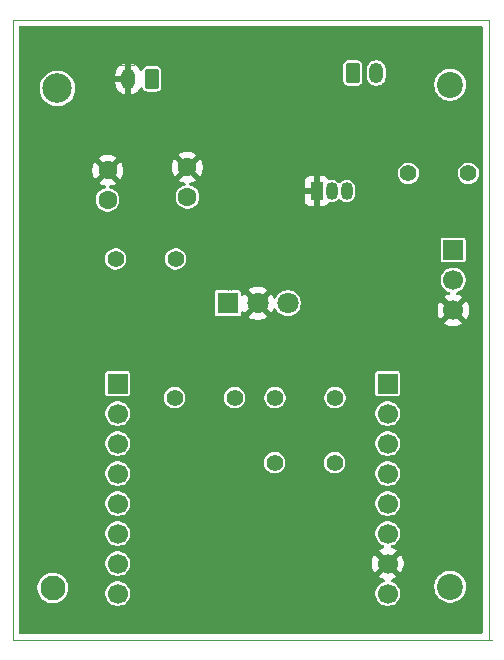
<source format=gbr>
%TF.GenerationSoftware,KiCad,Pcbnew,9.0.5*%
%TF.CreationDate,2025-12-30T15:31:51+09:00*%
%TF.ProjectId,main-board,6d61696e-2d62-46f6-9172-642e6b696361,rev?*%
%TF.SameCoordinates,Original*%
%TF.FileFunction,Copper,L2,Inr*%
%TF.FilePolarity,Positive*%
%FSLAX46Y46*%
G04 Gerber Fmt 4.6, Leading zero omitted, Abs format (unit mm)*
G04 Created by KiCad (PCBNEW 9.0.5) date 2025-12-30 15:31:51*
%MOMM*%
%LPD*%
G01*
G04 APERTURE LIST*
G04 Aperture macros list*
%AMRoundRect*
0 Rectangle with rounded corners*
0 $1 Rounding radius*
0 $2 $3 $4 $5 $6 $7 $8 $9 X,Y pos of 4 corners*
0 Add a 4 corners polygon primitive as box body*
4,1,4,$2,$3,$4,$5,$6,$7,$8,$9,$2,$3,0*
0 Add four circle primitives for the rounded corners*
1,1,$1+$1,$2,$3*
1,1,$1+$1,$4,$5*
1,1,$1+$1,$6,$7*
1,1,$1+$1,$8,$9*
0 Add four rect primitives between the rounded corners*
20,1,$1+$1,$2,$3,$4,$5,0*
20,1,$1+$1,$4,$5,$6,$7,0*
20,1,$1+$1,$6,$7,$8,$9,0*
20,1,$1+$1,$8,$9,$2,$3,0*%
G04 Aperture macros list end*
%TA.AperFunction,ComponentPad*%
%ADD10C,1.600000*%
%TD*%
%TA.AperFunction,ComponentPad*%
%ADD11C,1.400000*%
%TD*%
%TA.AperFunction,ComponentPad*%
%ADD12R,1.800000X1.800000*%
%TD*%
%TA.AperFunction,ComponentPad*%
%ADD13C,1.800000*%
%TD*%
%TA.AperFunction,ComponentPad*%
%ADD14R,1.050000X1.500000*%
%TD*%
%TA.AperFunction,ComponentPad*%
%ADD15O,1.050000X1.500000*%
%TD*%
%TA.AperFunction,ComponentPad*%
%ADD16RoundRect,0.250000X-0.350000X-0.625000X0.350000X-0.625000X0.350000X0.625000X-0.350000X0.625000X0*%
%TD*%
%TA.AperFunction,ComponentPad*%
%ADD17O,1.200000X1.750000*%
%TD*%
%TA.AperFunction,ComponentPad*%
%ADD18R,1.700000X1.700000*%
%TD*%
%TA.AperFunction,ComponentPad*%
%ADD19C,1.700000*%
%TD*%
%TA.AperFunction,ComponentPad*%
%ADD20RoundRect,0.250000X0.350000X0.625000X-0.350000X0.625000X-0.350000X-0.625000X0.350000X-0.625000X0*%
%TD*%
%ADD21C,1.600000*%
%ADD22C,2.500000*%
%ADD23C,2.100000*%
%ADD24C,1.400000*%
%ADD25C,2.200000*%
%ADD26R,1.800000X1.800000*%
%ADD27C,1.800000*%
%ADD28R,1.050000X1.500000*%
%ADD29O,1.050000X1.500000*%
%ADD30RoundRect,0.250000X-0.350000X-0.625000X0.350000X-0.625000X0.350000X0.625000X-0.350000X0.625000X0*%
%ADD31O,1.200000X1.750000*%
%ADD32R,1.700000X1.700000*%
%ADD33C,1.700000*%
%ADD34RoundRect,0.250000X0.350000X0.625000X-0.350000X0.625000X-0.350000X-0.625000X0.350000X-0.625000X0*%
%ADD35C,0.100000*%
%ADD36C,0.150000*%
%ADD37C,0.120000*%
%TA.AperFunction,NonConductor*%
%ADD38C,0.150000*%
%TD*%
%TA.AperFunction,Profile*%
%ADD39C,0.050000*%
%TD*%
G04 APERTURE END LIST*
D10*
%TO.N,Net-(J2-Pin_2)*%
%TO.C,C2A1*%
X139500000Y-87750000D03*
%TO.N,GND*%
X139500000Y-85250000D03*
%TD*%
D11*
%TO.N,Net-(J3-IR_LED+)*%
%TO.C,R5*%
X158210000Y-85750000D03*
%TO.N,Net-(J4-Pin_8)*%
X163290000Y-85750000D03*
%TD*%
D12*
%TO.N,Net-(D1-K1)*%
%TO.C,D1*%
X142920000Y-96750000D03*
D13*
%TO.N,GND*%
X145460000Y-96750000D03*
%TO.N,Net-(D1-A)*%
X148000000Y-96750000D03*
%TD*%
D14*
%TO.N,GND*%
%TO.C,Q1*%
X150460000Y-87250000D03*
D15*
%TO.N,Net-(Q1-B)*%
X151730000Y-87250000D03*
%TO.N,Net-(J3-IR_LED-)*%
X153000000Y-87250000D03*
%TD*%
D11*
%TO.N,Net-(J2-Pin_4)*%
%TO.C,R2*%
X138420000Y-104750000D03*
%TO.N,Net-(Q1-B)*%
X143500000Y-104750000D03*
%TD*%
D16*
%TO.N,Net-(J3-IR_LED+)*%
%TO.C,J3*%
X153500000Y-77250000D03*
D17*
%TO.N,Net-(J3-IR_LED-)*%
X155500000Y-77250000D03*
%TD*%
D18*
%TO.N,Net-(J4-Pin_8)*%
%TO.C,J5*%
X162000000Y-92250000D03*
D19*
%TO.N,Net-(J4-Pin_3)*%
X162000000Y-94790000D03*
%TO.N,GND*%
X162000000Y-97330000D03*
%TD*%
D11*
%TO.N,Net-(J2-Pin_6)*%
%TO.C,R3*%
X146920000Y-104750000D03*
%TO.N,Net-(D1-A)*%
X152000000Y-104750000D03*
%TD*%
%TO.N,Net-(J1-EMI_SIG)*%
%TO.C,R1*%
X138500000Y-93000000D03*
%TO.N,Net-(J2-Pin_2)*%
X133420000Y-93000000D03*
%TD*%
D10*
%TO.N,Net-(J2-Pin_2)*%
%TO.C,C1*%
X132750000Y-88000000D03*
%TO.N,GND*%
X132750000Y-85500000D03*
%TD*%
D18*
%TO.N,unconnected-(J4-Pin_1-Pad1)*%
%TO.C,J4*%
X156460000Y-103550000D03*
D19*
%TO.N,unconnected-(J4-Pin_2-Pad2)*%
X156460000Y-106090000D03*
%TO.N,Net-(J4-Pin_3)*%
X156460000Y-108630000D03*
%TO.N,unconnected-(J4-Pin_4-Pad4)*%
X156460000Y-111170000D03*
%TO.N,unconnected-(J4-Pin_5-Pad5)*%
X156460000Y-113710000D03*
%TO.N,unconnected-(J4-Pin_6-Pad6)*%
X156460000Y-116250000D03*
%TO.N,GND*%
X156460000Y-118790000D03*
%TO.N,Net-(J4-Pin_8)*%
X156460000Y-121330000D03*
%TD*%
D18*
%TO.N,unconnected-(J2-Pin_1-Pad1)*%
%TO.C,J2*%
X133600000Y-103550000D03*
D19*
%TO.N,Net-(J2-Pin_2)*%
X133600000Y-106090000D03*
%TO.N,unconnected-(J2-Pin_3-Pad3)*%
X133600000Y-108630000D03*
%TO.N,Net-(J2-Pin_4)*%
X133600000Y-111170000D03*
%TO.N,Net-(J2-Pin_5)*%
X133600000Y-113710000D03*
%TO.N,Net-(J2-Pin_6)*%
X133600000Y-116250000D03*
%TO.N,unconnected-(J2-Pin_7-Pad7)*%
X133600000Y-118790000D03*
%TO.N,unconnected-(J2-Pin_8-Pad8)*%
X133600000Y-121330000D03*
%TD*%
D11*
%TO.N,Net-(D1-K1)*%
%TO.C,R4*%
X146880000Y-110250000D03*
%TO.N,Net-(J2-Pin_5)*%
X151960000Y-110250000D03*
%TD*%
D20*
%TO.N,Net-(J1-EMI_SIG)*%
%TO.C,J1*%
X136500000Y-77750000D03*
D17*
%TO.N,GND*%
X134500000Y-77750000D03*
%TD*%
%TA.AperFunction,Conductor*%
%TO.N,GND*%
G36*
X164442539Y-73270185D02*
G01*
X164488294Y-73322989D01*
X164499500Y-73374500D01*
X164499500Y-124625500D01*
X164479815Y-124692539D01*
X164427011Y-124738294D01*
X164375500Y-124749500D01*
X125374500Y-124749500D01*
X125307461Y-124729815D01*
X125261706Y-124677011D01*
X125250500Y-124625500D01*
X125250500Y-120747648D01*
X126799500Y-120747648D01*
X126799500Y-120952351D01*
X126831522Y-121154534D01*
X126894781Y-121349223D01*
X126987715Y-121531613D01*
X127108028Y-121697213D01*
X127252786Y-121841971D01*
X127407749Y-121954556D01*
X127418390Y-121962287D01*
X127491729Y-121999655D01*
X127600776Y-122055218D01*
X127600778Y-122055218D01*
X127600781Y-122055220D01*
X127705137Y-122089127D01*
X127795465Y-122118477D01*
X127896557Y-122134488D01*
X127997648Y-122150500D01*
X127997649Y-122150500D01*
X128202351Y-122150500D01*
X128202352Y-122150500D01*
X128404534Y-122118477D01*
X128599219Y-122055220D01*
X128781610Y-121962287D01*
X128874590Y-121894732D01*
X128947213Y-121841971D01*
X128947215Y-121841968D01*
X128947219Y-121841966D01*
X129091966Y-121697219D01*
X129091968Y-121697215D01*
X129091971Y-121697213D01*
X129144732Y-121624590D01*
X129212287Y-121531610D01*
X129305220Y-121349219D01*
X129335981Y-121254544D01*
X129345084Y-121226530D01*
X132549500Y-121226530D01*
X132549500Y-121433469D01*
X132589868Y-121636412D01*
X132589870Y-121636420D01*
X132669059Y-121827598D01*
X132678663Y-121841971D01*
X132784024Y-121999657D01*
X132930342Y-122145975D01*
X132930345Y-122145977D01*
X133102402Y-122260941D01*
X133293580Y-122340130D01*
X133496530Y-122380499D01*
X133496534Y-122380500D01*
X133496535Y-122380500D01*
X133703466Y-122380500D01*
X133703467Y-122380499D01*
X133906420Y-122340130D01*
X134097598Y-122260941D01*
X134269655Y-122145977D01*
X134415977Y-121999655D01*
X134530941Y-121827598D01*
X134610130Y-121636420D01*
X134650500Y-121433465D01*
X134650500Y-121226535D01*
X134610130Y-121023580D01*
X134530941Y-120832402D01*
X134415977Y-120660345D01*
X134415975Y-120660342D01*
X134269657Y-120514024D01*
X134149532Y-120433760D01*
X134097598Y-120399059D01*
X134097593Y-120399057D01*
X133906420Y-120319870D01*
X133906412Y-120319868D01*
X133703469Y-120279500D01*
X133703465Y-120279500D01*
X133496535Y-120279500D01*
X133496530Y-120279500D01*
X133293587Y-120319868D01*
X133293579Y-120319870D01*
X133102403Y-120399058D01*
X132930342Y-120514024D01*
X132784024Y-120660342D01*
X132669058Y-120832403D01*
X132589870Y-121023579D01*
X132589868Y-121023587D01*
X132549500Y-121226530D01*
X129345084Y-121226530D01*
X129359513Y-121182124D01*
X129359514Y-121182122D01*
X129368475Y-121154542D01*
X129368475Y-121154538D01*
X129368477Y-121154534D01*
X129400500Y-120952352D01*
X129400500Y-120747648D01*
X129368477Y-120545466D01*
X129305220Y-120350781D01*
X129305218Y-120350778D01*
X129305218Y-120350776D01*
X129244488Y-120231588D01*
X129212287Y-120168390D01*
X129190048Y-120137780D01*
X129091971Y-120002786D01*
X128947213Y-119858028D01*
X128781613Y-119737715D01*
X128781612Y-119737714D01*
X128781610Y-119737713D01*
X128724653Y-119708691D01*
X128599223Y-119644781D01*
X128404534Y-119581522D01*
X128216343Y-119551716D01*
X128202352Y-119549500D01*
X127997648Y-119549500D01*
X127983657Y-119551716D01*
X127795465Y-119581522D01*
X127600776Y-119644781D01*
X127418386Y-119737715D01*
X127252786Y-119858028D01*
X127108028Y-120002786D01*
X126987715Y-120168386D01*
X126894781Y-120350776D01*
X126831522Y-120545465D01*
X126799500Y-120747648D01*
X125250500Y-120747648D01*
X125250500Y-118686530D01*
X132549500Y-118686530D01*
X132549500Y-118893469D01*
X132589868Y-119096412D01*
X132589870Y-119096420D01*
X132669058Y-119287596D01*
X132784024Y-119459657D01*
X132930342Y-119605975D01*
X132930345Y-119605977D01*
X133102402Y-119720941D01*
X133293580Y-119800130D01*
X133496530Y-119840499D01*
X133496534Y-119840500D01*
X133496535Y-119840500D01*
X133703466Y-119840500D01*
X133703467Y-119840499D01*
X133906420Y-119800130D01*
X134097598Y-119720941D01*
X134269655Y-119605977D01*
X134415977Y-119459655D01*
X134530941Y-119287598D01*
X134610130Y-119096420D01*
X134650500Y-118893465D01*
X134650500Y-118686535D01*
X134650500Y-118686532D01*
X134650499Y-118686531D01*
X134650499Y-118686530D01*
X134649947Y-118683753D01*
X155110000Y-118683753D01*
X155110000Y-118896246D01*
X155143242Y-119106127D01*
X155143242Y-119106130D01*
X155208904Y-119308217D01*
X155305375Y-119497550D01*
X155344728Y-119551716D01*
X155977037Y-118919408D01*
X155994075Y-118982993D01*
X156059901Y-119097007D01*
X156152993Y-119190099D01*
X156267007Y-119255925D01*
X156330590Y-119272962D01*
X155698282Y-119905269D01*
X155698282Y-119905270D01*
X155752449Y-119944624D01*
X155941782Y-120041095D01*
X156117973Y-120098343D01*
X156175648Y-120137780D01*
X156202847Y-120202139D01*
X156190932Y-120270985D01*
X156143688Y-120322461D01*
X156127108Y-120330835D01*
X155962403Y-120399057D01*
X155790342Y-120514024D01*
X155644024Y-120660342D01*
X155529058Y-120832403D01*
X155449870Y-121023579D01*
X155449868Y-121023587D01*
X155409500Y-121226530D01*
X155409500Y-121433469D01*
X155449868Y-121636412D01*
X155449870Y-121636420D01*
X155529059Y-121827598D01*
X155538663Y-121841971D01*
X155644024Y-121999657D01*
X155790342Y-122145975D01*
X155790345Y-122145977D01*
X155962402Y-122260941D01*
X156153580Y-122340130D01*
X156356530Y-122380499D01*
X156356534Y-122380500D01*
X156356535Y-122380500D01*
X156563466Y-122380500D01*
X156563467Y-122380499D01*
X156766420Y-122340130D01*
X156957598Y-122260941D01*
X157129655Y-122145977D01*
X157275977Y-121999655D01*
X157390941Y-121827598D01*
X157470130Y-121636420D01*
X157510500Y-121433465D01*
X157510500Y-121226535D01*
X157470130Y-121023580D01*
X157390941Y-120832402D01*
X157275977Y-120660345D01*
X157275975Y-120660342D01*
X157259346Y-120643713D01*
X160399500Y-120643713D01*
X160399500Y-120856286D01*
X160425996Y-121023579D01*
X160432754Y-121066243D01*
X160484836Y-121226535D01*
X160498444Y-121268414D01*
X160594951Y-121457820D01*
X160719890Y-121629786D01*
X160870213Y-121780109D01*
X161042179Y-121905048D01*
X161042181Y-121905049D01*
X161042184Y-121905051D01*
X161231588Y-122001557D01*
X161433757Y-122067246D01*
X161643713Y-122100500D01*
X161643714Y-122100500D01*
X161856286Y-122100500D01*
X161856287Y-122100500D01*
X162066243Y-122067246D01*
X162268412Y-122001557D01*
X162457816Y-121905051D01*
X162564422Y-121827598D01*
X162629786Y-121780109D01*
X162629788Y-121780106D01*
X162629792Y-121780104D01*
X162780104Y-121629792D01*
X162780106Y-121629788D01*
X162780109Y-121629786D01*
X162905048Y-121457820D01*
X162905047Y-121457820D01*
X162905051Y-121457816D01*
X163001557Y-121268412D01*
X163067246Y-121066243D01*
X163100500Y-120856287D01*
X163100500Y-120643713D01*
X163067246Y-120433757D01*
X163001557Y-120231588D01*
X162905051Y-120042184D01*
X162905049Y-120042181D01*
X162905048Y-120042179D01*
X162780109Y-119870213D01*
X162629786Y-119719890D01*
X162457820Y-119594951D01*
X162268414Y-119498444D01*
X162268413Y-119498443D01*
X162268412Y-119498443D01*
X162066243Y-119432754D01*
X162066241Y-119432753D01*
X162066240Y-119432753D01*
X161904957Y-119407208D01*
X161856287Y-119399500D01*
X161643713Y-119399500D01*
X161595042Y-119407208D01*
X161433760Y-119432753D01*
X161231585Y-119498444D01*
X161042179Y-119594951D01*
X160870213Y-119719890D01*
X160719890Y-119870213D01*
X160594951Y-120042179D01*
X160498444Y-120231585D01*
X160432753Y-120433760D01*
X160399500Y-120643713D01*
X157259346Y-120643713D01*
X157129657Y-120514024D01*
X157009532Y-120433760D01*
X156957598Y-120399059D01*
X156957593Y-120399057D01*
X156841033Y-120350776D01*
X156792890Y-120330834D01*
X156738488Y-120286994D01*
X156716423Y-120220700D01*
X156733702Y-120153001D01*
X156784839Y-120105390D01*
X156802026Y-120098343D01*
X156978217Y-120041095D01*
X157167554Y-119944622D01*
X157221716Y-119905270D01*
X157221717Y-119905270D01*
X156589408Y-119272962D01*
X156652993Y-119255925D01*
X156767007Y-119190099D01*
X156860099Y-119097007D01*
X156925925Y-118982993D01*
X156942962Y-118919408D01*
X157575270Y-119551717D01*
X157575270Y-119551716D01*
X157614622Y-119497554D01*
X157711095Y-119308217D01*
X157776757Y-119106130D01*
X157776757Y-119106127D01*
X157810000Y-118896246D01*
X157810000Y-118683753D01*
X157776757Y-118473872D01*
X157776757Y-118473869D01*
X157711095Y-118271782D01*
X157614624Y-118082449D01*
X157575270Y-118028282D01*
X157575269Y-118028282D01*
X156942962Y-118660590D01*
X156925925Y-118597007D01*
X156860099Y-118482993D01*
X156767007Y-118389901D01*
X156652993Y-118324075D01*
X156589409Y-118307037D01*
X157221716Y-117674728D01*
X157167550Y-117635375D01*
X156978216Y-117538904D01*
X156802026Y-117481656D01*
X156744350Y-117442218D01*
X156717152Y-117377860D01*
X156729067Y-117309013D01*
X156776311Y-117257538D01*
X156792882Y-117249168D01*
X156957598Y-117180941D01*
X157129655Y-117065977D01*
X157275977Y-116919655D01*
X157390941Y-116747598D01*
X157470130Y-116556420D01*
X157510500Y-116353465D01*
X157510500Y-116146535D01*
X157470130Y-115943580D01*
X157390941Y-115752402D01*
X157275977Y-115580345D01*
X157275975Y-115580342D01*
X157129657Y-115434024D01*
X157043626Y-115376541D01*
X156957598Y-115319059D01*
X156766420Y-115239870D01*
X156766412Y-115239868D01*
X156563469Y-115199500D01*
X156563465Y-115199500D01*
X156356535Y-115199500D01*
X156356530Y-115199500D01*
X156153587Y-115239868D01*
X156153579Y-115239870D01*
X155962403Y-115319058D01*
X155790342Y-115434024D01*
X155644024Y-115580342D01*
X155529058Y-115752403D01*
X155449870Y-115943579D01*
X155449868Y-115943587D01*
X155409500Y-116146530D01*
X155409500Y-116353469D01*
X155449868Y-116556412D01*
X155449870Y-116556420D01*
X155529058Y-116747596D01*
X155644024Y-116919657D01*
X155790342Y-117065975D01*
X155962405Y-117180943D01*
X156065043Y-117223456D01*
X156127108Y-117249164D01*
X156181511Y-117293005D01*
X156203576Y-117359299D01*
X156186297Y-117426998D01*
X156135160Y-117474609D01*
X156117974Y-117481656D01*
X155941781Y-117538905D01*
X155752439Y-117635380D01*
X155698282Y-117674727D01*
X155698282Y-117674728D01*
X156330591Y-118307037D01*
X156267007Y-118324075D01*
X156152993Y-118389901D01*
X156059901Y-118482993D01*
X155994075Y-118597007D01*
X155977037Y-118660591D01*
X155344728Y-118028282D01*
X155344727Y-118028282D01*
X155305380Y-118082439D01*
X155208904Y-118271782D01*
X155143242Y-118473869D01*
X155143242Y-118473872D01*
X155110000Y-118683753D01*
X134649947Y-118683753D01*
X134610130Y-118483580D01*
X134530941Y-118292402D01*
X134415977Y-118120345D01*
X134415975Y-118120342D01*
X134269657Y-117974024D01*
X134183626Y-117916541D01*
X134097598Y-117859059D01*
X133906420Y-117779870D01*
X133906412Y-117779868D01*
X133703469Y-117739500D01*
X133703465Y-117739500D01*
X133496535Y-117739500D01*
X133496530Y-117739500D01*
X133293587Y-117779868D01*
X133293579Y-117779870D01*
X133102403Y-117859058D01*
X132930342Y-117974024D01*
X132784024Y-118120342D01*
X132669058Y-118292403D01*
X132589870Y-118483579D01*
X132589868Y-118483587D01*
X132549500Y-118686530D01*
X125250500Y-118686530D01*
X125250500Y-116146530D01*
X132549500Y-116146530D01*
X132549500Y-116353469D01*
X132589868Y-116556412D01*
X132589870Y-116556420D01*
X132669058Y-116747596D01*
X132784024Y-116919657D01*
X132930342Y-117065975D01*
X132930345Y-117065977D01*
X133102402Y-117180941D01*
X133293580Y-117260130D01*
X133458855Y-117293005D01*
X133496530Y-117300499D01*
X133496534Y-117300500D01*
X133496535Y-117300500D01*
X133703466Y-117300500D01*
X133703467Y-117300499D01*
X133906420Y-117260130D01*
X134097598Y-117180941D01*
X134269655Y-117065977D01*
X134415977Y-116919655D01*
X134530941Y-116747598D01*
X134610130Y-116556420D01*
X134650500Y-116353465D01*
X134650500Y-116146535D01*
X134610130Y-115943580D01*
X134530941Y-115752402D01*
X134415977Y-115580345D01*
X134415975Y-115580342D01*
X134269657Y-115434024D01*
X134183626Y-115376541D01*
X134097598Y-115319059D01*
X133906420Y-115239870D01*
X133906412Y-115239868D01*
X133703469Y-115199500D01*
X133703465Y-115199500D01*
X133496535Y-115199500D01*
X133496530Y-115199500D01*
X133293587Y-115239868D01*
X133293579Y-115239870D01*
X133102403Y-115319058D01*
X132930342Y-115434024D01*
X132784024Y-115580342D01*
X132669058Y-115752403D01*
X132589870Y-115943579D01*
X132589868Y-115943587D01*
X132549500Y-116146530D01*
X125250500Y-116146530D01*
X125250500Y-113606530D01*
X132549500Y-113606530D01*
X132549500Y-113813469D01*
X132589868Y-114016412D01*
X132589870Y-114016420D01*
X132669058Y-114207596D01*
X132784024Y-114379657D01*
X132930342Y-114525975D01*
X132930345Y-114525977D01*
X133102402Y-114640941D01*
X133293580Y-114720130D01*
X133496530Y-114760499D01*
X133496534Y-114760500D01*
X133496535Y-114760500D01*
X133703466Y-114760500D01*
X133703467Y-114760499D01*
X133906420Y-114720130D01*
X134097598Y-114640941D01*
X134269655Y-114525977D01*
X134415977Y-114379655D01*
X134530941Y-114207598D01*
X134610130Y-114016420D01*
X134650500Y-113813465D01*
X134650500Y-113606535D01*
X134650499Y-113606530D01*
X155409500Y-113606530D01*
X155409500Y-113813469D01*
X155449868Y-114016412D01*
X155449870Y-114016420D01*
X155529058Y-114207596D01*
X155644024Y-114379657D01*
X155790342Y-114525975D01*
X155790345Y-114525977D01*
X155962402Y-114640941D01*
X156153580Y-114720130D01*
X156356530Y-114760499D01*
X156356534Y-114760500D01*
X156356535Y-114760500D01*
X156563466Y-114760500D01*
X156563467Y-114760499D01*
X156766420Y-114720130D01*
X156957598Y-114640941D01*
X157129655Y-114525977D01*
X157275977Y-114379655D01*
X157390941Y-114207598D01*
X157470130Y-114016420D01*
X157510500Y-113813465D01*
X157510500Y-113606535D01*
X157470130Y-113403580D01*
X157390941Y-113212402D01*
X157275977Y-113040345D01*
X157275975Y-113040342D01*
X157129657Y-112894024D01*
X157043626Y-112836541D01*
X156957598Y-112779059D01*
X156766420Y-112699870D01*
X156766412Y-112699868D01*
X156563469Y-112659500D01*
X156563465Y-112659500D01*
X156356535Y-112659500D01*
X156356530Y-112659500D01*
X156153587Y-112699868D01*
X156153579Y-112699870D01*
X155962403Y-112779058D01*
X155790342Y-112894024D01*
X155644024Y-113040342D01*
X155529058Y-113212403D01*
X155449870Y-113403579D01*
X155449868Y-113403587D01*
X155409500Y-113606530D01*
X134650499Y-113606530D01*
X134610130Y-113403580D01*
X134530941Y-113212402D01*
X134415977Y-113040345D01*
X134415975Y-113040342D01*
X134269657Y-112894024D01*
X134183626Y-112836541D01*
X134097598Y-112779059D01*
X133906420Y-112699870D01*
X133906412Y-112699868D01*
X133703469Y-112659500D01*
X133703465Y-112659500D01*
X133496535Y-112659500D01*
X133496530Y-112659500D01*
X133293587Y-112699868D01*
X133293579Y-112699870D01*
X133102403Y-112779058D01*
X132930342Y-112894024D01*
X132784024Y-113040342D01*
X132669058Y-113212403D01*
X132589870Y-113403579D01*
X132589868Y-113403587D01*
X132549500Y-113606530D01*
X125250500Y-113606530D01*
X125250500Y-111066530D01*
X132549500Y-111066530D01*
X132549500Y-111273469D01*
X132589868Y-111476412D01*
X132589870Y-111476420D01*
X132669058Y-111667596D01*
X132784024Y-111839657D01*
X132930342Y-111985975D01*
X132930345Y-111985977D01*
X133102402Y-112100941D01*
X133293580Y-112180130D01*
X133496530Y-112220499D01*
X133496534Y-112220500D01*
X133496535Y-112220500D01*
X133703466Y-112220500D01*
X133703467Y-112220499D01*
X133906420Y-112180130D01*
X134097598Y-112100941D01*
X134269655Y-111985977D01*
X134415977Y-111839655D01*
X134530941Y-111667598D01*
X134610130Y-111476420D01*
X134650500Y-111273465D01*
X134650500Y-111066535D01*
X134610130Y-110863580D01*
X134530941Y-110672402D01*
X134415977Y-110500345D01*
X134415975Y-110500342D01*
X134269657Y-110354024D01*
X134126424Y-110258320D01*
X134097598Y-110239059D01*
X133909882Y-110161304D01*
X145979500Y-110161304D01*
X145979500Y-110338695D01*
X146014103Y-110512658D01*
X146014106Y-110512667D01*
X146081983Y-110676540D01*
X146081990Y-110676553D01*
X146180535Y-110824034D01*
X146180538Y-110824038D01*
X146305961Y-110949461D01*
X146305965Y-110949464D01*
X146453446Y-111048009D01*
X146453459Y-111048016D01*
X146576363Y-111098923D01*
X146617334Y-111115894D01*
X146617336Y-111115894D01*
X146617341Y-111115896D01*
X146791304Y-111150499D01*
X146791307Y-111150500D01*
X146791309Y-111150500D01*
X146968693Y-111150500D01*
X146968694Y-111150499D01*
X147026682Y-111138964D01*
X147142658Y-111115896D01*
X147142661Y-111115894D01*
X147142666Y-111115894D01*
X147306547Y-111048013D01*
X147454035Y-110949464D01*
X147579464Y-110824035D01*
X147678013Y-110676547D01*
X147679730Y-110672403D01*
X147687958Y-110652535D01*
X147745894Y-110512666D01*
X147748346Y-110500342D01*
X147780499Y-110338695D01*
X147780500Y-110338693D01*
X147780500Y-110161306D01*
X147780499Y-110161304D01*
X151059500Y-110161304D01*
X151059500Y-110338695D01*
X151094103Y-110512658D01*
X151094106Y-110512667D01*
X151161983Y-110676540D01*
X151161990Y-110676553D01*
X151260535Y-110824034D01*
X151260538Y-110824038D01*
X151385961Y-110949461D01*
X151385965Y-110949464D01*
X151533446Y-111048009D01*
X151533459Y-111048016D01*
X151656363Y-111098923D01*
X151697334Y-111115894D01*
X151697336Y-111115894D01*
X151697341Y-111115896D01*
X151871304Y-111150499D01*
X151871307Y-111150500D01*
X151871309Y-111150500D01*
X152048693Y-111150500D01*
X152048694Y-111150499D01*
X152106682Y-111138964D01*
X152222658Y-111115896D01*
X152222661Y-111115894D01*
X152222666Y-111115894D01*
X152341843Y-111066530D01*
X155409500Y-111066530D01*
X155409500Y-111273469D01*
X155449868Y-111476412D01*
X155449870Y-111476420D01*
X155529058Y-111667596D01*
X155644024Y-111839657D01*
X155790342Y-111985975D01*
X155790345Y-111985977D01*
X155962402Y-112100941D01*
X156153580Y-112180130D01*
X156356530Y-112220499D01*
X156356534Y-112220500D01*
X156356535Y-112220500D01*
X156563466Y-112220500D01*
X156563467Y-112220499D01*
X156766420Y-112180130D01*
X156957598Y-112100941D01*
X157129655Y-111985977D01*
X157275977Y-111839655D01*
X157390941Y-111667598D01*
X157470130Y-111476420D01*
X157510500Y-111273465D01*
X157510500Y-111066535D01*
X157470130Y-110863580D01*
X157390941Y-110672402D01*
X157275977Y-110500345D01*
X157275975Y-110500342D01*
X157129657Y-110354024D01*
X156986424Y-110258320D01*
X156957598Y-110239059D01*
X156766420Y-110159870D01*
X156766412Y-110159868D01*
X156563469Y-110119500D01*
X156563465Y-110119500D01*
X156356535Y-110119500D01*
X156356530Y-110119500D01*
X156153587Y-110159868D01*
X156153579Y-110159870D01*
X155962403Y-110239058D01*
X155790342Y-110354024D01*
X155644024Y-110500342D01*
X155529058Y-110672403D01*
X155449870Y-110863579D01*
X155449868Y-110863587D01*
X155409500Y-111066530D01*
X152341843Y-111066530D01*
X152386547Y-111048013D01*
X152386553Y-111048009D01*
X152522247Y-110957341D01*
X152527032Y-110954142D01*
X152534035Y-110949464D01*
X152659464Y-110824035D01*
X152758013Y-110676547D01*
X152759730Y-110672403D01*
X152767958Y-110652535D01*
X152825894Y-110512666D01*
X152828346Y-110500342D01*
X152860499Y-110338695D01*
X152860500Y-110338693D01*
X152860500Y-110161306D01*
X152860499Y-110161304D01*
X152825896Y-109987341D01*
X152825893Y-109987332D01*
X152758016Y-109823459D01*
X152758009Y-109823446D01*
X152659464Y-109675965D01*
X152659461Y-109675961D01*
X152534038Y-109550538D01*
X152534034Y-109550535D01*
X152386553Y-109451990D01*
X152386540Y-109451983D01*
X152222667Y-109384106D01*
X152222658Y-109384103D01*
X152048694Y-109349500D01*
X152048691Y-109349500D01*
X151871309Y-109349500D01*
X151871306Y-109349500D01*
X151697341Y-109384103D01*
X151697332Y-109384106D01*
X151533459Y-109451983D01*
X151533446Y-109451990D01*
X151385965Y-109550535D01*
X151385961Y-109550538D01*
X151260538Y-109675961D01*
X151260535Y-109675965D01*
X151161990Y-109823446D01*
X151161983Y-109823459D01*
X151094106Y-109987332D01*
X151094103Y-109987341D01*
X151059500Y-110161304D01*
X147780499Y-110161304D01*
X147745896Y-109987341D01*
X147745893Y-109987332D01*
X147678016Y-109823459D01*
X147678009Y-109823446D01*
X147579464Y-109675965D01*
X147579461Y-109675961D01*
X147454038Y-109550538D01*
X147454034Y-109550535D01*
X147306553Y-109451990D01*
X147306540Y-109451983D01*
X147142667Y-109384106D01*
X147142658Y-109384103D01*
X146968694Y-109349500D01*
X146968691Y-109349500D01*
X146791309Y-109349500D01*
X146791306Y-109349500D01*
X146617341Y-109384103D01*
X146617332Y-109384106D01*
X146453459Y-109451983D01*
X146453446Y-109451990D01*
X146305965Y-109550535D01*
X146305961Y-109550538D01*
X146180538Y-109675961D01*
X146180535Y-109675965D01*
X146081990Y-109823446D01*
X146081983Y-109823459D01*
X146014106Y-109987332D01*
X146014103Y-109987341D01*
X145979500Y-110161304D01*
X133909882Y-110161304D01*
X133906420Y-110159870D01*
X133906412Y-110159868D01*
X133703469Y-110119500D01*
X133703465Y-110119500D01*
X133496535Y-110119500D01*
X133496530Y-110119500D01*
X133293587Y-110159868D01*
X133293579Y-110159870D01*
X133102403Y-110239058D01*
X132930342Y-110354024D01*
X132784024Y-110500342D01*
X132669058Y-110672403D01*
X132589870Y-110863579D01*
X132589868Y-110863587D01*
X132549500Y-111066530D01*
X125250500Y-111066530D01*
X125250500Y-108526530D01*
X132549500Y-108526530D01*
X132549500Y-108733469D01*
X132589868Y-108936412D01*
X132589870Y-108936420D01*
X132669058Y-109127596D01*
X132784024Y-109299657D01*
X132930342Y-109445975D01*
X132930345Y-109445977D01*
X133102402Y-109560941D01*
X133293580Y-109640130D01*
X133473716Y-109675961D01*
X133496530Y-109680499D01*
X133496534Y-109680500D01*
X133496535Y-109680500D01*
X133703466Y-109680500D01*
X133703467Y-109680499D01*
X133906420Y-109640130D01*
X134097598Y-109560941D01*
X134269655Y-109445977D01*
X134415977Y-109299655D01*
X134530941Y-109127598D01*
X134610130Y-108936420D01*
X134650500Y-108733465D01*
X134650500Y-108526535D01*
X134650499Y-108526530D01*
X155409500Y-108526530D01*
X155409500Y-108733469D01*
X155449868Y-108936412D01*
X155449870Y-108936420D01*
X155529058Y-109127596D01*
X155644024Y-109299657D01*
X155790342Y-109445975D01*
X155790345Y-109445977D01*
X155962402Y-109560941D01*
X156153580Y-109640130D01*
X156333716Y-109675961D01*
X156356530Y-109680499D01*
X156356534Y-109680500D01*
X156356535Y-109680500D01*
X156563466Y-109680500D01*
X156563467Y-109680499D01*
X156766420Y-109640130D01*
X156957598Y-109560941D01*
X157129655Y-109445977D01*
X157275977Y-109299655D01*
X157390941Y-109127598D01*
X157470130Y-108936420D01*
X157510500Y-108733465D01*
X157510500Y-108526535D01*
X157470130Y-108323580D01*
X157390941Y-108132402D01*
X157275977Y-107960345D01*
X157275975Y-107960342D01*
X157129657Y-107814024D01*
X157043626Y-107756541D01*
X156957598Y-107699059D01*
X156766420Y-107619870D01*
X156766412Y-107619868D01*
X156563469Y-107579500D01*
X156563465Y-107579500D01*
X156356535Y-107579500D01*
X156356530Y-107579500D01*
X156153587Y-107619868D01*
X156153579Y-107619870D01*
X155962403Y-107699058D01*
X155790342Y-107814024D01*
X155644024Y-107960342D01*
X155529058Y-108132403D01*
X155449870Y-108323579D01*
X155449868Y-108323587D01*
X155409500Y-108526530D01*
X134650499Y-108526530D01*
X134610130Y-108323580D01*
X134530941Y-108132402D01*
X134415977Y-107960345D01*
X134415975Y-107960342D01*
X134269657Y-107814024D01*
X134183626Y-107756541D01*
X134097598Y-107699059D01*
X133906420Y-107619870D01*
X133906412Y-107619868D01*
X133703469Y-107579500D01*
X133703465Y-107579500D01*
X133496535Y-107579500D01*
X133496530Y-107579500D01*
X133293587Y-107619868D01*
X133293579Y-107619870D01*
X133102403Y-107699058D01*
X132930342Y-107814024D01*
X132784024Y-107960342D01*
X132669058Y-108132403D01*
X132589870Y-108323579D01*
X132589868Y-108323587D01*
X132549500Y-108526530D01*
X125250500Y-108526530D01*
X125250500Y-105986530D01*
X132549500Y-105986530D01*
X132549500Y-106193469D01*
X132589868Y-106396412D01*
X132589870Y-106396420D01*
X132669058Y-106587596D01*
X132784024Y-106759657D01*
X132930342Y-106905975D01*
X132930345Y-106905977D01*
X133102402Y-107020941D01*
X133293580Y-107100130D01*
X133496530Y-107140499D01*
X133496534Y-107140500D01*
X133496535Y-107140500D01*
X133703466Y-107140500D01*
X133703467Y-107140499D01*
X133906420Y-107100130D01*
X134097598Y-107020941D01*
X134269655Y-106905977D01*
X134415977Y-106759655D01*
X134530941Y-106587598D01*
X134610130Y-106396420D01*
X134650500Y-106193465D01*
X134650500Y-105986535D01*
X134650499Y-105986530D01*
X155409500Y-105986530D01*
X155409500Y-106193469D01*
X155449868Y-106396412D01*
X155449870Y-106396420D01*
X155529058Y-106587596D01*
X155644024Y-106759657D01*
X155790342Y-106905975D01*
X155790345Y-106905977D01*
X155962402Y-107020941D01*
X156153580Y-107100130D01*
X156356530Y-107140499D01*
X156356534Y-107140500D01*
X156356535Y-107140500D01*
X156563466Y-107140500D01*
X156563467Y-107140499D01*
X156766420Y-107100130D01*
X156957598Y-107020941D01*
X157129655Y-106905977D01*
X157275977Y-106759655D01*
X157390941Y-106587598D01*
X157470130Y-106396420D01*
X157510500Y-106193465D01*
X157510500Y-105986535D01*
X157470130Y-105783580D01*
X157390941Y-105592402D01*
X157275977Y-105420345D01*
X157275975Y-105420342D01*
X157129657Y-105274024D01*
X157043626Y-105216541D01*
X156957598Y-105159059D01*
X156766420Y-105079870D01*
X156766412Y-105079868D01*
X156563469Y-105039500D01*
X156563465Y-105039500D01*
X156356535Y-105039500D01*
X156356530Y-105039500D01*
X156153587Y-105079868D01*
X156153579Y-105079870D01*
X155962403Y-105159058D01*
X155790342Y-105274024D01*
X155644024Y-105420342D01*
X155529058Y-105592403D01*
X155449870Y-105783579D01*
X155449868Y-105783587D01*
X155409500Y-105986530D01*
X134650499Y-105986530D01*
X134610130Y-105783580D01*
X134530941Y-105592402D01*
X134415977Y-105420345D01*
X134415975Y-105420342D01*
X134269657Y-105274024D01*
X134183626Y-105216541D01*
X134097598Y-105159059D01*
X133906420Y-105079870D01*
X133906412Y-105079868D01*
X133703469Y-105039500D01*
X133703465Y-105039500D01*
X133496535Y-105039500D01*
X133496530Y-105039500D01*
X133293587Y-105079868D01*
X133293579Y-105079870D01*
X133102403Y-105159058D01*
X132930342Y-105274024D01*
X132784024Y-105420342D01*
X132669058Y-105592403D01*
X132589870Y-105783579D01*
X132589868Y-105783587D01*
X132549500Y-105986530D01*
X125250500Y-105986530D01*
X125250500Y-104661304D01*
X137519500Y-104661304D01*
X137519500Y-104838695D01*
X137554103Y-105012658D01*
X137554106Y-105012667D01*
X137621983Y-105176540D01*
X137621990Y-105176553D01*
X137720535Y-105324034D01*
X137720538Y-105324038D01*
X137845961Y-105449461D01*
X137845965Y-105449464D01*
X137993446Y-105548009D01*
X137993459Y-105548016D01*
X138100619Y-105592402D01*
X138157334Y-105615894D01*
X138157336Y-105615894D01*
X138157341Y-105615896D01*
X138331304Y-105650499D01*
X138331307Y-105650500D01*
X138331309Y-105650500D01*
X138508693Y-105650500D01*
X138508694Y-105650499D01*
X138566682Y-105638964D01*
X138682658Y-105615896D01*
X138682661Y-105615894D01*
X138682666Y-105615894D01*
X138846547Y-105548013D01*
X138994035Y-105449464D01*
X139119464Y-105324035D01*
X139218013Y-105176547D01*
X139285894Y-105012666D01*
X139320500Y-104838691D01*
X139320500Y-104661309D01*
X139320500Y-104661306D01*
X139320499Y-104661304D01*
X142599500Y-104661304D01*
X142599500Y-104838695D01*
X142634103Y-105012658D01*
X142634106Y-105012667D01*
X142701983Y-105176540D01*
X142701990Y-105176553D01*
X142800535Y-105324034D01*
X142800538Y-105324038D01*
X142925961Y-105449461D01*
X142925965Y-105449464D01*
X143073446Y-105548009D01*
X143073459Y-105548016D01*
X143180619Y-105592402D01*
X143237334Y-105615894D01*
X143237336Y-105615894D01*
X143237341Y-105615896D01*
X143411304Y-105650499D01*
X143411307Y-105650500D01*
X143411309Y-105650500D01*
X143588693Y-105650500D01*
X143588694Y-105650499D01*
X143646682Y-105638964D01*
X143762658Y-105615896D01*
X143762661Y-105615894D01*
X143762666Y-105615894D01*
X143926547Y-105548013D01*
X144074035Y-105449464D01*
X144199464Y-105324035D01*
X144298013Y-105176547D01*
X144365894Y-105012666D01*
X144400500Y-104838691D01*
X144400500Y-104661309D01*
X144400500Y-104661306D01*
X144400499Y-104661304D01*
X146019500Y-104661304D01*
X146019500Y-104838695D01*
X146054103Y-105012658D01*
X146054106Y-105012667D01*
X146121983Y-105176540D01*
X146121990Y-105176553D01*
X146220535Y-105324034D01*
X146220538Y-105324038D01*
X146345961Y-105449461D01*
X146345965Y-105449464D01*
X146493446Y-105548009D01*
X146493459Y-105548016D01*
X146600619Y-105592402D01*
X146657334Y-105615894D01*
X146657336Y-105615894D01*
X146657341Y-105615896D01*
X146831304Y-105650499D01*
X146831307Y-105650500D01*
X146831309Y-105650500D01*
X147008693Y-105650500D01*
X147008694Y-105650499D01*
X147066682Y-105638964D01*
X147182658Y-105615896D01*
X147182661Y-105615894D01*
X147182666Y-105615894D01*
X147346547Y-105548013D01*
X147494035Y-105449464D01*
X147619464Y-105324035D01*
X147718013Y-105176547D01*
X147785894Y-105012666D01*
X147820500Y-104838691D01*
X147820500Y-104661309D01*
X147820500Y-104661306D01*
X147820499Y-104661304D01*
X151099500Y-104661304D01*
X151099500Y-104838695D01*
X151134103Y-105012658D01*
X151134106Y-105012667D01*
X151201983Y-105176540D01*
X151201990Y-105176553D01*
X151300535Y-105324034D01*
X151300538Y-105324038D01*
X151425961Y-105449461D01*
X151425965Y-105449464D01*
X151573446Y-105548009D01*
X151573459Y-105548016D01*
X151680619Y-105592402D01*
X151737334Y-105615894D01*
X151737336Y-105615894D01*
X151737341Y-105615896D01*
X151911304Y-105650499D01*
X151911307Y-105650500D01*
X151911309Y-105650500D01*
X152088693Y-105650500D01*
X152088694Y-105650499D01*
X152146682Y-105638964D01*
X152262658Y-105615896D01*
X152262661Y-105615894D01*
X152262666Y-105615894D01*
X152426547Y-105548013D01*
X152574035Y-105449464D01*
X152699464Y-105324035D01*
X152798013Y-105176547D01*
X152865894Y-105012666D01*
X152900500Y-104838691D01*
X152900500Y-104661309D01*
X152900500Y-104661306D01*
X152900499Y-104661304D01*
X152865896Y-104487341D01*
X152865893Y-104487332D01*
X152862122Y-104478229D01*
X152837899Y-104419748D01*
X152798016Y-104323459D01*
X152798009Y-104323446D01*
X152699464Y-104175965D01*
X152699461Y-104175961D01*
X152574038Y-104050538D01*
X152574034Y-104050535D01*
X152426553Y-103951990D01*
X152426540Y-103951983D01*
X152262667Y-103884106D01*
X152262658Y-103884103D01*
X152088694Y-103849500D01*
X152088691Y-103849500D01*
X151911309Y-103849500D01*
X151911306Y-103849500D01*
X151737341Y-103884103D01*
X151737332Y-103884106D01*
X151573459Y-103951983D01*
X151573446Y-103951990D01*
X151425965Y-104050535D01*
X151425961Y-104050538D01*
X151300538Y-104175961D01*
X151300535Y-104175965D01*
X151201990Y-104323446D01*
X151201983Y-104323459D01*
X151134106Y-104487332D01*
X151134103Y-104487341D01*
X151099500Y-104661304D01*
X147820499Y-104661304D01*
X147785896Y-104487341D01*
X147785893Y-104487332D01*
X147782122Y-104478229D01*
X147757899Y-104419748D01*
X147718016Y-104323459D01*
X147718009Y-104323446D01*
X147619464Y-104175965D01*
X147619461Y-104175961D01*
X147494038Y-104050538D01*
X147494034Y-104050535D01*
X147346553Y-103951990D01*
X147346540Y-103951983D01*
X147182667Y-103884106D01*
X147182658Y-103884103D01*
X147008694Y-103849500D01*
X147008691Y-103849500D01*
X146831309Y-103849500D01*
X146831306Y-103849500D01*
X146657341Y-103884103D01*
X146657332Y-103884106D01*
X146493459Y-103951983D01*
X146493446Y-103951990D01*
X146345965Y-104050535D01*
X146345961Y-104050538D01*
X146220538Y-104175961D01*
X146220535Y-104175965D01*
X146121990Y-104323446D01*
X146121983Y-104323459D01*
X146054106Y-104487332D01*
X146054103Y-104487341D01*
X146019500Y-104661304D01*
X144400499Y-104661304D01*
X144365896Y-104487341D01*
X144365893Y-104487332D01*
X144362122Y-104478229D01*
X144337899Y-104419748D01*
X144298016Y-104323459D01*
X144298009Y-104323446D01*
X144199464Y-104175965D01*
X144199461Y-104175961D01*
X144074038Y-104050538D01*
X144074034Y-104050535D01*
X143926553Y-103951990D01*
X143926540Y-103951983D01*
X143762667Y-103884106D01*
X143762658Y-103884103D01*
X143588694Y-103849500D01*
X143588691Y-103849500D01*
X143411309Y-103849500D01*
X143411306Y-103849500D01*
X143237341Y-103884103D01*
X143237332Y-103884106D01*
X143073459Y-103951983D01*
X143073446Y-103951990D01*
X142925965Y-104050535D01*
X142925961Y-104050538D01*
X142800538Y-104175961D01*
X142800535Y-104175965D01*
X142701990Y-104323446D01*
X142701983Y-104323459D01*
X142634106Y-104487332D01*
X142634103Y-104487341D01*
X142599500Y-104661304D01*
X139320499Y-104661304D01*
X139285896Y-104487341D01*
X139285893Y-104487332D01*
X139282122Y-104478229D01*
X139257899Y-104419748D01*
X139218016Y-104323459D01*
X139218009Y-104323446D01*
X139119464Y-104175965D01*
X139119461Y-104175961D01*
X138994038Y-104050538D01*
X138994034Y-104050535D01*
X138846553Y-103951990D01*
X138846540Y-103951983D01*
X138682667Y-103884106D01*
X138682658Y-103884103D01*
X138508694Y-103849500D01*
X138508691Y-103849500D01*
X138331309Y-103849500D01*
X138331306Y-103849500D01*
X138157341Y-103884103D01*
X138157332Y-103884106D01*
X137993459Y-103951983D01*
X137993446Y-103951990D01*
X137845965Y-104050535D01*
X137845961Y-104050538D01*
X137720538Y-104175961D01*
X137720535Y-104175965D01*
X137621990Y-104323446D01*
X137621983Y-104323459D01*
X137554106Y-104487332D01*
X137554103Y-104487341D01*
X137519500Y-104661304D01*
X125250500Y-104661304D01*
X125250500Y-102680247D01*
X132549500Y-102680247D01*
X132549500Y-104419752D01*
X132561131Y-104478229D01*
X132561132Y-104478230D01*
X132605447Y-104544552D01*
X132671769Y-104588867D01*
X132671770Y-104588868D01*
X132730247Y-104600499D01*
X132730250Y-104600500D01*
X132730252Y-104600500D01*
X134469750Y-104600500D01*
X134469751Y-104600499D01*
X134484568Y-104597552D01*
X134528229Y-104588868D01*
X134528229Y-104588867D01*
X134528231Y-104588867D01*
X134561680Y-104566516D01*
X134583234Y-104552115D01*
X134594552Y-104544552D01*
X134638867Y-104478231D01*
X134638867Y-104478229D01*
X134638868Y-104478229D01*
X134650499Y-104419752D01*
X134650500Y-104419750D01*
X134650500Y-102680249D01*
X134650499Y-102680247D01*
X155409500Y-102680247D01*
X155409500Y-104419752D01*
X155421131Y-104478229D01*
X155421132Y-104478230D01*
X155465447Y-104544552D01*
X155531769Y-104588867D01*
X155531770Y-104588868D01*
X155590247Y-104600499D01*
X155590250Y-104600500D01*
X155590252Y-104600500D01*
X157329750Y-104600500D01*
X157329751Y-104600499D01*
X157344568Y-104597552D01*
X157388229Y-104588868D01*
X157388229Y-104588867D01*
X157388231Y-104588867D01*
X157454552Y-104544552D01*
X157498867Y-104478231D01*
X157498867Y-104478229D01*
X157498868Y-104478229D01*
X157510499Y-104419752D01*
X157510500Y-104419750D01*
X157510500Y-102680249D01*
X157510499Y-102680247D01*
X157498868Y-102621770D01*
X157498867Y-102621769D01*
X157454552Y-102555447D01*
X157388230Y-102511132D01*
X157388229Y-102511131D01*
X157329752Y-102499500D01*
X157329748Y-102499500D01*
X155590252Y-102499500D01*
X155590247Y-102499500D01*
X155531770Y-102511131D01*
X155531769Y-102511132D01*
X155465447Y-102555447D01*
X155421132Y-102621769D01*
X155421131Y-102621770D01*
X155409500Y-102680247D01*
X134650499Y-102680247D01*
X134638868Y-102621770D01*
X134638867Y-102621769D01*
X134594552Y-102555447D01*
X134528230Y-102511132D01*
X134528229Y-102511131D01*
X134469752Y-102499500D01*
X134469748Y-102499500D01*
X132730252Y-102499500D01*
X132730247Y-102499500D01*
X132671770Y-102511131D01*
X132671769Y-102511132D01*
X132605447Y-102555447D01*
X132561132Y-102621769D01*
X132561131Y-102621770D01*
X132549500Y-102680247D01*
X125250500Y-102680247D01*
X125250500Y-95830247D01*
X141819500Y-95830247D01*
X141819500Y-97669752D01*
X141831131Y-97728229D01*
X141831132Y-97728230D01*
X141875447Y-97794552D01*
X141941769Y-97838867D01*
X141941770Y-97838868D01*
X142000247Y-97850499D01*
X142000250Y-97850500D01*
X142000252Y-97850500D01*
X143839750Y-97850500D01*
X143839751Y-97850499D01*
X143854568Y-97847552D01*
X143898229Y-97838868D01*
X143898229Y-97838867D01*
X143898231Y-97838867D01*
X143964552Y-97794552D01*
X144008867Y-97728231D01*
X144008867Y-97728229D01*
X144008868Y-97728229D01*
X144020499Y-97669752D01*
X144020500Y-97669750D01*
X144020500Y-97525084D01*
X144040185Y-97458045D01*
X144092989Y-97412290D01*
X144162147Y-97402346D01*
X144225703Y-97431371D01*
X144254985Y-97468789D01*
X144262611Y-97483756D01*
X144308932Y-97547513D01*
X145017861Y-96838584D01*
X145040667Y-96923694D01*
X145099910Y-97026306D01*
X145183694Y-97110090D01*
X145286306Y-97169333D01*
X145371414Y-97192137D01*
X144662485Y-97901065D01*
X144662485Y-97901066D01*
X144726243Y-97947388D01*
X144922589Y-98047432D01*
X145132164Y-98115526D01*
X145349819Y-98150000D01*
X145570181Y-98150000D01*
X145787835Y-98115526D01*
X145997410Y-98047432D01*
X146193760Y-97947386D01*
X146257513Y-97901066D01*
X146257514Y-97901066D01*
X145548585Y-97192138D01*
X145633694Y-97169333D01*
X145736306Y-97110090D01*
X145820090Y-97026306D01*
X145879333Y-96923694D01*
X145902137Y-96838585D01*
X146611066Y-97547514D01*
X146611066Y-97547513D01*
X146657386Y-97483760D01*
X146757433Y-97287408D01*
X146774447Y-97235045D01*
X146813884Y-97177369D01*
X146878242Y-97150170D01*
X146947089Y-97162084D01*
X146998565Y-97209328D01*
X147002863Y-97217068D01*
X147058766Y-97326786D01*
X147089357Y-97368890D01*
X147160586Y-97466928D01*
X147283072Y-97589414D01*
X147423212Y-97691232D01*
X147577555Y-97769873D01*
X147742299Y-97823402D01*
X147913389Y-97850500D01*
X147913390Y-97850500D01*
X148086610Y-97850500D01*
X148086611Y-97850500D01*
X148257701Y-97823402D01*
X148422445Y-97769873D01*
X148576788Y-97691232D01*
X148716928Y-97589414D01*
X148839414Y-97466928D01*
X148941232Y-97326788D01*
X148993730Y-97223753D01*
X160650000Y-97223753D01*
X160650000Y-97436246D01*
X160683242Y-97646127D01*
X160683242Y-97646130D01*
X160748904Y-97848217D01*
X160845375Y-98037550D01*
X160884728Y-98091716D01*
X161517036Y-97459407D01*
X161534075Y-97522993D01*
X161599901Y-97637007D01*
X161692993Y-97730099D01*
X161807007Y-97795925D01*
X161870590Y-97812962D01*
X161238282Y-98445269D01*
X161238282Y-98445270D01*
X161292449Y-98484624D01*
X161481782Y-98581095D01*
X161683870Y-98646757D01*
X161893754Y-98680000D01*
X162106246Y-98680000D01*
X162316127Y-98646757D01*
X162316130Y-98646757D01*
X162518217Y-98581095D01*
X162707554Y-98484622D01*
X162761716Y-98445270D01*
X162761717Y-98445270D01*
X162129408Y-97812962D01*
X162192993Y-97795925D01*
X162307007Y-97730099D01*
X162400099Y-97637007D01*
X162465925Y-97522993D01*
X162482962Y-97459408D01*
X163115270Y-98091717D01*
X163115270Y-98091716D01*
X163154622Y-98037554D01*
X163251095Y-97848217D01*
X163316757Y-97646130D01*
X163316757Y-97646127D01*
X163350000Y-97436246D01*
X163350000Y-97223753D01*
X163316757Y-97013872D01*
X163316757Y-97013869D01*
X163251095Y-96811782D01*
X163154624Y-96622449D01*
X163115270Y-96568282D01*
X163115269Y-96568282D01*
X162482962Y-97200590D01*
X162465925Y-97137007D01*
X162400099Y-97022993D01*
X162307007Y-96929901D01*
X162192993Y-96864075D01*
X162129409Y-96847037D01*
X162761716Y-96214728D01*
X162707550Y-96175375D01*
X162518216Y-96078904D01*
X162342026Y-96021656D01*
X162284350Y-95982218D01*
X162257152Y-95917860D01*
X162269067Y-95849013D01*
X162316311Y-95797538D01*
X162332882Y-95789168D01*
X162497598Y-95720941D01*
X162669655Y-95605977D01*
X162815977Y-95459655D01*
X162930941Y-95287598D01*
X163010130Y-95096420D01*
X163050500Y-94893465D01*
X163050500Y-94686535D01*
X163010130Y-94483580D01*
X162930941Y-94292402D01*
X162815977Y-94120345D01*
X162815975Y-94120342D01*
X162669657Y-93974024D01*
X162507827Y-93865894D01*
X162497598Y-93859059D01*
X162306420Y-93779870D01*
X162306412Y-93779868D01*
X162103469Y-93739500D01*
X162103465Y-93739500D01*
X161896535Y-93739500D01*
X161896530Y-93739500D01*
X161693587Y-93779868D01*
X161693579Y-93779870D01*
X161502403Y-93859058D01*
X161330342Y-93974024D01*
X161184024Y-94120342D01*
X161069058Y-94292403D01*
X160989870Y-94483579D01*
X160989868Y-94483587D01*
X160949500Y-94686530D01*
X160949500Y-94893469D01*
X160989868Y-95096412D01*
X160989870Y-95096420D01*
X161069058Y-95287596D01*
X161184024Y-95459657D01*
X161330342Y-95605975D01*
X161502405Y-95720943D01*
X161605043Y-95763456D01*
X161667108Y-95789164D01*
X161721511Y-95833005D01*
X161743576Y-95899299D01*
X161726297Y-95966998D01*
X161675160Y-96014609D01*
X161657974Y-96021656D01*
X161481781Y-96078905D01*
X161292439Y-96175380D01*
X161238282Y-96214727D01*
X161238282Y-96214728D01*
X161870591Y-96847037D01*
X161807007Y-96864075D01*
X161692993Y-96929901D01*
X161599901Y-97022993D01*
X161534075Y-97137007D01*
X161517037Y-97200591D01*
X160884728Y-96568282D01*
X160884727Y-96568282D01*
X160845380Y-96622439D01*
X160748904Y-96811782D01*
X160683242Y-97013869D01*
X160683242Y-97013872D01*
X160650000Y-97223753D01*
X148993730Y-97223753D01*
X149019873Y-97172445D01*
X149073402Y-97007701D01*
X149100500Y-96836611D01*
X149100500Y-96663389D01*
X149073402Y-96492299D01*
X149019873Y-96327555D01*
X148941232Y-96173212D01*
X148839414Y-96033072D01*
X148716928Y-95910586D01*
X148576788Y-95808768D01*
X148422445Y-95730127D01*
X148257701Y-95676598D01*
X148257699Y-95676597D01*
X148257698Y-95676597D01*
X148126271Y-95655781D01*
X148086611Y-95649500D01*
X147913389Y-95649500D01*
X147873728Y-95655781D01*
X147742302Y-95676597D01*
X147577552Y-95730128D01*
X147423211Y-95808768D01*
X147343256Y-95866859D01*
X147283072Y-95910586D01*
X147283070Y-95910588D01*
X147283069Y-95910588D01*
X147160588Y-96033069D01*
X147160588Y-96033070D01*
X147160586Y-96033072D01*
X147129206Y-96076263D01*
X147058768Y-96173211D01*
X147002863Y-96282932D01*
X146954888Y-96333728D01*
X146887067Y-96350523D01*
X146820933Y-96327986D01*
X146777481Y-96273271D01*
X146774447Y-96264955D01*
X146757432Y-96212589D01*
X146657388Y-96016243D01*
X146611066Y-95952485D01*
X146611065Y-95952485D01*
X145902137Y-96661413D01*
X145879333Y-96576306D01*
X145820090Y-96473694D01*
X145736306Y-96389910D01*
X145633694Y-96330667D01*
X145548583Y-96307861D01*
X146257513Y-95598932D01*
X146193756Y-95552611D01*
X145997410Y-95452567D01*
X145787835Y-95384473D01*
X145570181Y-95350000D01*
X145349819Y-95350000D01*
X145132164Y-95384473D01*
X144922589Y-95452567D01*
X144726233Y-95552616D01*
X144662485Y-95598931D01*
X144662485Y-95598932D01*
X145371414Y-96307861D01*
X145286306Y-96330667D01*
X145183694Y-96389910D01*
X145099910Y-96473694D01*
X145040667Y-96576306D01*
X145017861Y-96661414D01*
X144308932Y-95952485D01*
X144308931Y-95952485D01*
X144262616Y-96016233D01*
X144254984Y-96031213D01*
X144207008Y-96082008D01*
X144139187Y-96098802D01*
X144073052Y-96076263D01*
X144029602Y-96021547D01*
X144020500Y-95974916D01*
X144020500Y-95830249D01*
X144020499Y-95830247D01*
X144008868Y-95771770D01*
X144008867Y-95771769D01*
X143970990Y-95715082D01*
X143970989Y-95715081D01*
X143964553Y-95705448D01*
X143898230Y-95661132D01*
X143898229Y-95661131D01*
X143839752Y-95649500D01*
X143839748Y-95649500D01*
X142000252Y-95649500D01*
X142000247Y-95649500D01*
X141941770Y-95661131D01*
X141941769Y-95661132D01*
X141875447Y-95705447D01*
X141831132Y-95771769D01*
X141831131Y-95771770D01*
X141819500Y-95830247D01*
X125250500Y-95830247D01*
X125250500Y-92911304D01*
X132519500Y-92911304D01*
X132519500Y-93088695D01*
X132554103Y-93262658D01*
X132554106Y-93262667D01*
X132621983Y-93426540D01*
X132621990Y-93426553D01*
X132720535Y-93574034D01*
X132720538Y-93574038D01*
X132845961Y-93699461D01*
X132845965Y-93699464D01*
X132993446Y-93798009D01*
X132993459Y-93798016D01*
X133116363Y-93848923D01*
X133157334Y-93865894D01*
X133157336Y-93865894D01*
X133157341Y-93865896D01*
X133331304Y-93900499D01*
X133331307Y-93900500D01*
X133331309Y-93900500D01*
X133508693Y-93900500D01*
X133508694Y-93900499D01*
X133566682Y-93888964D01*
X133682658Y-93865896D01*
X133682661Y-93865894D01*
X133682666Y-93865894D01*
X133846547Y-93798013D01*
X133994035Y-93699464D01*
X134119464Y-93574035D01*
X134218013Y-93426547D01*
X134285894Y-93262666D01*
X134302690Y-93178230D01*
X134308964Y-93146682D01*
X134320500Y-93088691D01*
X134320500Y-92911309D01*
X134320500Y-92911306D01*
X134320499Y-92911304D01*
X137599500Y-92911304D01*
X137599500Y-93088695D01*
X137634103Y-93262658D01*
X137634106Y-93262667D01*
X137701983Y-93426540D01*
X137701990Y-93426553D01*
X137800535Y-93574034D01*
X137800538Y-93574038D01*
X137925961Y-93699461D01*
X137925965Y-93699464D01*
X138073446Y-93798009D01*
X138073459Y-93798016D01*
X138196363Y-93848923D01*
X138237334Y-93865894D01*
X138237336Y-93865894D01*
X138237341Y-93865896D01*
X138411304Y-93900499D01*
X138411307Y-93900500D01*
X138411309Y-93900500D01*
X138588693Y-93900500D01*
X138588694Y-93900499D01*
X138646682Y-93888964D01*
X138762658Y-93865896D01*
X138762661Y-93865894D01*
X138762666Y-93865894D01*
X138926547Y-93798013D01*
X139074035Y-93699464D01*
X139199464Y-93574035D01*
X139298013Y-93426547D01*
X139365894Y-93262666D01*
X139382690Y-93178230D01*
X139388964Y-93146682D01*
X139400500Y-93088691D01*
X139400500Y-92911309D01*
X139400500Y-92911306D01*
X139400499Y-92911304D01*
X139365896Y-92737341D01*
X139365893Y-92737332D01*
X139298016Y-92573459D01*
X139298009Y-92573446D01*
X139199464Y-92425965D01*
X139199461Y-92425961D01*
X139074038Y-92300538D01*
X139074034Y-92300535D01*
X138926553Y-92201990D01*
X138926540Y-92201983D01*
X138762667Y-92134106D01*
X138762658Y-92134103D01*
X138588694Y-92099500D01*
X138588691Y-92099500D01*
X138411309Y-92099500D01*
X138411306Y-92099500D01*
X138237341Y-92134103D01*
X138237332Y-92134106D01*
X138073459Y-92201983D01*
X138073446Y-92201990D01*
X137925965Y-92300535D01*
X137925961Y-92300538D01*
X137800538Y-92425961D01*
X137800535Y-92425965D01*
X137701990Y-92573446D01*
X137701983Y-92573459D01*
X137634106Y-92737332D01*
X137634103Y-92737341D01*
X137599500Y-92911304D01*
X134320499Y-92911304D01*
X134285896Y-92737341D01*
X134285893Y-92737332D01*
X134218016Y-92573459D01*
X134218009Y-92573446D01*
X134119464Y-92425965D01*
X134119461Y-92425961D01*
X133994038Y-92300538D01*
X133994034Y-92300535D01*
X133846553Y-92201990D01*
X133846540Y-92201983D01*
X133682667Y-92134106D01*
X133682658Y-92134103D01*
X133508694Y-92099500D01*
X133508691Y-92099500D01*
X133331309Y-92099500D01*
X133331306Y-92099500D01*
X133157341Y-92134103D01*
X133157332Y-92134106D01*
X132993459Y-92201983D01*
X132993446Y-92201990D01*
X132845965Y-92300535D01*
X132845961Y-92300538D01*
X132720538Y-92425961D01*
X132720535Y-92425965D01*
X132621990Y-92573446D01*
X132621983Y-92573459D01*
X132554106Y-92737332D01*
X132554103Y-92737341D01*
X132519500Y-92911304D01*
X125250500Y-92911304D01*
X125250500Y-91380247D01*
X160949500Y-91380247D01*
X160949500Y-93119752D01*
X160961131Y-93178229D01*
X160961132Y-93178230D01*
X161005447Y-93244552D01*
X161071769Y-93288867D01*
X161071770Y-93288868D01*
X161130247Y-93300499D01*
X161130250Y-93300500D01*
X161130252Y-93300500D01*
X162869750Y-93300500D01*
X162869751Y-93300499D01*
X162884568Y-93297552D01*
X162928229Y-93288868D01*
X162928229Y-93288867D01*
X162928231Y-93288867D01*
X162994552Y-93244552D01*
X163038867Y-93178231D01*
X163038867Y-93178229D01*
X163038868Y-93178229D01*
X163050499Y-93119752D01*
X163050500Y-93119750D01*
X163050500Y-91380249D01*
X163050499Y-91380247D01*
X163038868Y-91321770D01*
X163038867Y-91321769D01*
X162994552Y-91255447D01*
X162928230Y-91211132D01*
X162928229Y-91211131D01*
X162869752Y-91199500D01*
X162869748Y-91199500D01*
X161130252Y-91199500D01*
X161130247Y-91199500D01*
X161071770Y-91211131D01*
X161071769Y-91211132D01*
X161005447Y-91255447D01*
X160961132Y-91321769D01*
X160961131Y-91321770D01*
X160949500Y-91380247D01*
X125250500Y-91380247D01*
X125250500Y-85397682D01*
X131450000Y-85397682D01*
X131450000Y-85602317D01*
X131482009Y-85804417D01*
X131545244Y-85999031D01*
X131638141Y-86181350D01*
X131638147Y-86181359D01*
X131670523Y-86225921D01*
X131670524Y-86225922D01*
X132350000Y-85546446D01*
X132350000Y-85552661D01*
X132377259Y-85654394D01*
X132429920Y-85745606D01*
X132504394Y-85820080D01*
X132595606Y-85872741D01*
X132697339Y-85900000D01*
X132703553Y-85900000D01*
X132024076Y-86579474D01*
X132068650Y-86611859D01*
X132250968Y-86704755D01*
X132445576Y-86767988D01*
X132522317Y-86780142D01*
X132585452Y-86810071D01*
X132622384Y-86869383D01*
X132621386Y-86939245D01*
X132582777Y-86997478D01*
X132527113Y-87024233D01*
X132458169Y-87037947D01*
X132458160Y-87037950D01*
X132276092Y-87113364D01*
X132276079Y-87113371D01*
X132112218Y-87222860D01*
X132112214Y-87222863D01*
X131972863Y-87362214D01*
X131972860Y-87362218D01*
X131863371Y-87526079D01*
X131863364Y-87526092D01*
X131787950Y-87708160D01*
X131787947Y-87708170D01*
X131749500Y-87901456D01*
X131749500Y-87901459D01*
X131749500Y-88098541D01*
X131749500Y-88098543D01*
X131749499Y-88098543D01*
X131787947Y-88291829D01*
X131787950Y-88291839D01*
X131863364Y-88473907D01*
X131863371Y-88473920D01*
X131972860Y-88637781D01*
X131972863Y-88637785D01*
X132112214Y-88777136D01*
X132112218Y-88777139D01*
X132276079Y-88886628D01*
X132276092Y-88886635D01*
X132458160Y-88962049D01*
X132458165Y-88962051D01*
X132458169Y-88962051D01*
X132458170Y-88962052D01*
X132651456Y-89000500D01*
X132651459Y-89000500D01*
X132848543Y-89000500D01*
X132978582Y-88974632D01*
X133041835Y-88962051D01*
X133223914Y-88886632D01*
X133387782Y-88777139D01*
X133527139Y-88637782D01*
X133636632Y-88473914D01*
X133712051Y-88291835D01*
X133735765Y-88172618D01*
X133750500Y-88098543D01*
X133750500Y-87901456D01*
X133712052Y-87708170D01*
X133712051Y-87708169D01*
X133712051Y-87708165D01*
X133667018Y-87599444D01*
X133636635Y-87526092D01*
X133636628Y-87526079D01*
X133527139Y-87362218D01*
X133527136Y-87362214D01*
X133387785Y-87222863D01*
X133387781Y-87222860D01*
X133223920Y-87113371D01*
X133223907Y-87113364D01*
X133041839Y-87037950D01*
X133041830Y-87037947D01*
X132972886Y-87024233D01*
X132910976Y-86991847D01*
X132876402Y-86931131D01*
X132880143Y-86861361D01*
X132921010Y-86804690D01*
X132977682Y-86780142D01*
X133054423Y-86767988D01*
X133249031Y-86704755D01*
X133431349Y-86611859D01*
X133475921Y-86579474D01*
X132796447Y-85900000D01*
X132802661Y-85900000D01*
X132904394Y-85872741D01*
X132995606Y-85820080D01*
X133070080Y-85745606D01*
X133122741Y-85654394D01*
X133150000Y-85552661D01*
X133150000Y-85546447D01*
X133829474Y-86225921D01*
X133861859Y-86181349D01*
X133954755Y-85999031D01*
X134017990Y-85804417D01*
X134050000Y-85602317D01*
X134050000Y-85397682D01*
X134017989Y-85195581D01*
X134017988Y-85195574D01*
X134013299Y-85181145D01*
X134013296Y-85181135D01*
X134002426Y-85147682D01*
X138200000Y-85147682D01*
X138200000Y-85352317D01*
X138232009Y-85554417D01*
X138295244Y-85749031D01*
X138388141Y-85931350D01*
X138388147Y-85931359D01*
X138420523Y-85975921D01*
X138420524Y-85975922D01*
X139100000Y-85296446D01*
X139100000Y-85302661D01*
X139127259Y-85404394D01*
X139179920Y-85495606D01*
X139254394Y-85570080D01*
X139345606Y-85622741D01*
X139447339Y-85650000D01*
X139453553Y-85650000D01*
X138774076Y-86329474D01*
X138818650Y-86361859D01*
X139000968Y-86454755D01*
X139195576Y-86517988D01*
X139272317Y-86530142D01*
X139335452Y-86560071D01*
X139372384Y-86619383D01*
X139371386Y-86689245D01*
X139332777Y-86747478D01*
X139277113Y-86774233D01*
X139208169Y-86787947D01*
X139208160Y-86787950D01*
X139026092Y-86863364D01*
X139026079Y-86863371D01*
X138862218Y-86972860D01*
X138862214Y-86972863D01*
X138722863Y-87112214D01*
X138722860Y-87112218D01*
X138613371Y-87276079D01*
X138613364Y-87276092D01*
X138537950Y-87458160D01*
X138537947Y-87458170D01*
X138499500Y-87651456D01*
X138499500Y-87651459D01*
X138499500Y-87848541D01*
X138499500Y-87848543D01*
X138499499Y-87848543D01*
X138537947Y-88041829D01*
X138537950Y-88041839D01*
X138613364Y-88223907D01*
X138613371Y-88223920D01*
X138722860Y-88387781D01*
X138722863Y-88387785D01*
X138862214Y-88527136D01*
X138862218Y-88527139D01*
X139026079Y-88636628D01*
X139026092Y-88636635D01*
X139208160Y-88712049D01*
X139208165Y-88712051D01*
X139208169Y-88712051D01*
X139208170Y-88712052D01*
X139401456Y-88750500D01*
X139401459Y-88750500D01*
X139598543Y-88750500D01*
X139728582Y-88724632D01*
X139791835Y-88712051D01*
X139932655Y-88653721D01*
X139973907Y-88636635D01*
X139973907Y-88636634D01*
X139973914Y-88636632D01*
X140137782Y-88527139D01*
X140277139Y-88387782D01*
X140386632Y-88223914D01*
X140462051Y-88041835D01*
X140485253Y-87925192D01*
X140500500Y-87848543D01*
X140500500Y-87651456D01*
X140464968Y-87472830D01*
X140464967Y-87472827D01*
X140462051Y-87458165D01*
X140422307Y-87362214D01*
X140386635Y-87276092D01*
X140386628Y-87276079D01*
X140277139Y-87112218D01*
X140277136Y-87112214D01*
X140137785Y-86972863D01*
X140137781Y-86972860D01*
X139973920Y-86863371D01*
X139973907Y-86863364D01*
X139791839Y-86787950D01*
X139791830Y-86787947D01*
X139722886Y-86774233D01*
X139660976Y-86741847D01*
X139626402Y-86681131D01*
X139630143Y-86611361D01*
X139671010Y-86554690D01*
X139727682Y-86530142D01*
X139804423Y-86517988D01*
X139999031Y-86454755D01*
X140004134Y-86452155D01*
X149435000Y-86452155D01*
X149435000Y-87000000D01*
X150179670Y-87000000D01*
X150159925Y-87019745D01*
X150110556Y-87105255D01*
X150085000Y-87200630D01*
X150085000Y-87299370D01*
X150110556Y-87394745D01*
X150159925Y-87480255D01*
X150179670Y-87500000D01*
X149435000Y-87500000D01*
X149435000Y-88047844D01*
X149441401Y-88107372D01*
X149441403Y-88107379D01*
X149491645Y-88242086D01*
X149491649Y-88242093D01*
X149577809Y-88357187D01*
X149577812Y-88357190D01*
X149692906Y-88443350D01*
X149692913Y-88443354D01*
X149827620Y-88493596D01*
X149827627Y-88493598D01*
X149887155Y-88499999D01*
X149887172Y-88500000D01*
X150210000Y-88500000D01*
X150210000Y-87530330D01*
X150229745Y-87550075D01*
X150315255Y-87599444D01*
X150410630Y-87625000D01*
X150509370Y-87625000D01*
X150604745Y-87599444D01*
X150690255Y-87550075D01*
X150710000Y-87530330D01*
X150710000Y-88500000D01*
X151032828Y-88500000D01*
X151032844Y-88499999D01*
X151092372Y-88493598D01*
X151092379Y-88493596D01*
X151227086Y-88443354D01*
X151227093Y-88443350D01*
X151342187Y-88357190D01*
X151342190Y-88357187D01*
X151433669Y-88234989D01*
X151434988Y-88235976D01*
X151477124Y-88193835D01*
X151545396Y-88178979D01*
X151560750Y-88181047D01*
X151658542Y-88200500D01*
X151658545Y-88200500D01*
X151801457Y-88200500D01*
X151899250Y-88181047D01*
X151941620Y-88172619D01*
X152073653Y-88117929D01*
X152192479Y-88038532D01*
X152192482Y-88038529D01*
X152277319Y-87953693D01*
X152338642Y-87920208D01*
X152408334Y-87925192D01*
X152452681Y-87953693D01*
X152537517Y-88038529D01*
X152537521Y-88038532D01*
X152656340Y-88117925D01*
X152656346Y-88117928D01*
X152656347Y-88117929D01*
X152788380Y-88172619D01*
X152788384Y-88172619D01*
X152788385Y-88172620D01*
X152928542Y-88200500D01*
X152928545Y-88200500D01*
X153071457Y-88200500D01*
X153169250Y-88181047D01*
X153211620Y-88172619D01*
X153343653Y-88117929D01*
X153462479Y-88038532D01*
X153563532Y-87937479D01*
X153642929Y-87818653D01*
X153697619Y-87686620D01*
X153725500Y-87546455D01*
X153725500Y-86953545D01*
X153725500Y-86953542D01*
X153697620Y-86813385D01*
X153697619Y-86813384D01*
X153697619Y-86813380D01*
X153652625Y-86704755D01*
X153642930Y-86681349D01*
X153642925Y-86681340D01*
X153563532Y-86562521D01*
X153563529Y-86562517D01*
X153462482Y-86461470D01*
X153462478Y-86461467D01*
X153343659Y-86382074D01*
X153343650Y-86382069D01*
X153211620Y-86327381D01*
X153211614Y-86327379D01*
X153071457Y-86299500D01*
X153071455Y-86299500D01*
X152928545Y-86299500D01*
X152928543Y-86299500D01*
X152788385Y-86327379D01*
X152788379Y-86327381D01*
X152656349Y-86382069D01*
X152656340Y-86382074D01*
X152537521Y-86461467D01*
X152537517Y-86461470D01*
X152452681Y-86546307D01*
X152391358Y-86579792D01*
X152321666Y-86574808D01*
X152277319Y-86546307D01*
X152192482Y-86461470D01*
X152192478Y-86461467D01*
X152073659Y-86382074D01*
X152073650Y-86382069D01*
X151941620Y-86327381D01*
X151941614Y-86327379D01*
X151801457Y-86299500D01*
X151801455Y-86299500D01*
X151658545Y-86299500D01*
X151658540Y-86299500D01*
X151560749Y-86318952D01*
X151491157Y-86312725D01*
X151435980Y-86269862D01*
X151428960Y-86258721D01*
X151342190Y-86142812D01*
X151342187Y-86142809D01*
X151227093Y-86056649D01*
X151227086Y-86056645D01*
X151092379Y-86006403D01*
X151092372Y-86006401D01*
X151032844Y-86000000D01*
X150710000Y-86000000D01*
X150710000Y-86969670D01*
X150690255Y-86949925D01*
X150604745Y-86900556D01*
X150509370Y-86875000D01*
X150410630Y-86875000D01*
X150315255Y-86900556D01*
X150229745Y-86949925D01*
X150210000Y-86969670D01*
X150210000Y-86000000D01*
X149887155Y-86000000D01*
X149827627Y-86006401D01*
X149827620Y-86006403D01*
X149692913Y-86056645D01*
X149692906Y-86056649D01*
X149577812Y-86142809D01*
X149577809Y-86142812D01*
X149491649Y-86257906D01*
X149491645Y-86257913D01*
X149441403Y-86392620D01*
X149441401Y-86392627D01*
X149435000Y-86452155D01*
X140004134Y-86452155D01*
X140181349Y-86361859D01*
X140199690Y-86348534D01*
X140225922Y-86329474D01*
X139546447Y-85650000D01*
X139552661Y-85650000D01*
X139654394Y-85622741D01*
X139745606Y-85570080D01*
X139820080Y-85495606D01*
X139872741Y-85404394D01*
X139900000Y-85302661D01*
X139900000Y-85296448D01*
X140579474Y-85975922D01*
X140579474Y-85975921D01*
X140611859Y-85931349D01*
X140704755Y-85749031D01*
X140733260Y-85661304D01*
X157309500Y-85661304D01*
X157309500Y-85838695D01*
X157344103Y-86012658D01*
X157344106Y-86012667D01*
X157411983Y-86176540D01*
X157411990Y-86176553D01*
X157510535Y-86324034D01*
X157510538Y-86324038D01*
X157635961Y-86449461D01*
X157635965Y-86449464D01*
X157783446Y-86548009D01*
X157783459Y-86548016D01*
X157859407Y-86579474D01*
X157947334Y-86615894D01*
X157947336Y-86615894D01*
X157947341Y-86615896D01*
X158121304Y-86650499D01*
X158121307Y-86650500D01*
X158121309Y-86650500D01*
X158298693Y-86650500D01*
X158298694Y-86650499D01*
X158356682Y-86638964D01*
X158472658Y-86615896D01*
X158472661Y-86615894D01*
X158472666Y-86615894D01*
X158636547Y-86548013D01*
X158784035Y-86449464D01*
X158909464Y-86324035D01*
X159008013Y-86176547D01*
X159075894Y-86012666D01*
X159077141Y-86006401D01*
X159110499Y-85838695D01*
X159110500Y-85838693D01*
X159110500Y-85661306D01*
X159110499Y-85661304D01*
X162389500Y-85661304D01*
X162389500Y-85838695D01*
X162424103Y-86012658D01*
X162424106Y-86012667D01*
X162491983Y-86176540D01*
X162491990Y-86176553D01*
X162590535Y-86324034D01*
X162590538Y-86324038D01*
X162715961Y-86449461D01*
X162715965Y-86449464D01*
X162863446Y-86548009D01*
X162863459Y-86548016D01*
X162939407Y-86579474D01*
X163027334Y-86615894D01*
X163027336Y-86615894D01*
X163027341Y-86615896D01*
X163201304Y-86650499D01*
X163201307Y-86650500D01*
X163201309Y-86650500D01*
X163378693Y-86650500D01*
X163378694Y-86650499D01*
X163436682Y-86638964D01*
X163552658Y-86615896D01*
X163552661Y-86615894D01*
X163552666Y-86615894D01*
X163716547Y-86548013D01*
X163864035Y-86449464D01*
X163989464Y-86324035D01*
X164088013Y-86176547D01*
X164155894Y-86012666D01*
X164157141Y-86006401D01*
X164190499Y-85838695D01*
X164190500Y-85838693D01*
X164190500Y-85661306D01*
X164190499Y-85661304D01*
X164155896Y-85487341D01*
X164155893Y-85487332D01*
X164088016Y-85323459D01*
X164088009Y-85323446D01*
X163989464Y-85175965D01*
X163989461Y-85175961D01*
X163864038Y-85050538D01*
X163864034Y-85050535D01*
X163716553Y-84951990D01*
X163716540Y-84951983D01*
X163552667Y-84884106D01*
X163552658Y-84884103D01*
X163378694Y-84849500D01*
X163378691Y-84849500D01*
X163201309Y-84849500D01*
X163201306Y-84849500D01*
X163027341Y-84884103D01*
X163027332Y-84884106D01*
X162863459Y-84951983D01*
X162863446Y-84951990D01*
X162715965Y-85050535D01*
X162715961Y-85050538D01*
X162590538Y-85175961D01*
X162590535Y-85175965D01*
X162491990Y-85323446D01*
X162491983Y-85323459D01*
X162424106Y-85487332D01*
X162424103Y-85487341D01*
X162389500Y-85661304D01*
X159110499Y-85661304D01*
X159075896Y-85487341D01*
X159075893Y-85487332D01*
X159008016Y-85323459D01*
X159008009Y-85323446D01*
X158909464Y-85175965D01*
X158909461Y-85175961D01*
X158784038Y-85050538D01*
X158784034Y-85050535D01*
X158636553Y-84951990D01*
X158636540Y-84951983D01*
X158472667Y-84884106D01*
X158472658Y-84884103D01*
X158298694Y-84849500D01*
X158298691Y-84849500D01*
X158121309Y-84849500D01*
X158121306Y-84849500D01*
X157947341Y-84884103D01*
X157947332Y-84884106D01*
X157783459Y-84951983D01*
X157783446Y-84951990D01*
X157635965Y-85050535D01*
X157635961Y-85050538D01*
X157510538Y-85175961D01*
X157510535Y-85175965D01*
X157411990Y-85323446D01*
X157411983Y-85323459D01*
X157344106Y-85487332D01*
X157344103Y-85487341D01*
X157309500Y-85661304D01*
X140733260Y-85661304D01*
X140747689Y-85616898D01*
X140747689Y-85616897D01*
X140767989Y-85554421D01*
X140767989Y-85554418D01*
X140800000Y-85352317D01*
X140800000Y-85147682D01*
X140767990Y-84945582D01*
X140704755Y-84750968D01*
X140611859Y-84568650D01*
X140579474Y-84524077D01*
X140579474Y-84524076D01*
X139900000Y-85203551D01*
X139900000Y-85197339D01*
X139872741Y-85095606D01*
X139820080Y-85004394D01*
X139745606Y-84929920D01*
X139654394Y-84877259D01*
X139552661Y-84850000D01*
X139546446Y-84850000D01*
X140225922Y-84170524D01*
X140225921Y-84170523D01*
X140181359Y-84138147D01*
X140181350Y-84138141D01*
X139999031Y-84045244D01*
X139804417Y-83982009D01*
X139602317Y-83950000D01*
X139397683Y-83950000D01*
X139195582Y-83982009D01*
X139000968Y-84045244D01*
X138818644Y-84138143D01*
X138774077Y-84170523D01*
X138774077Y-84170524D01*
X139453554Y-84850000D01*
X139447339Y-84850000D01*
X139345606Y-84877259D01*
X139254394Y-84929920D01*
X139179920Y-85004394D01*
X139127259Y-85095606D01*
X139100000Y-85197339D01*
X139100000Y-85203553D01*
X138420524Y-84524077D01*
X138420523Y-84524077D01*
X138388143Y-84568644D01*
X138295244Y-84750968D01*
X138232009Y-84945582D01*
X138200000Y-85147682D01*
X134002426Y-85147682D01*
X133954755Y-85000968D01*
X133861859Y-84818650D01*
X133829474Y-84774077D01*
X133829474Y-84774076D01*
X133150000Y-85453551D01*
X133150000Y-85447339D01*
X133122741Y-85345606D01*
X133070080Y-85254394D01*
X132995606Y-85179920D01*
X132904394Y-85127259D01*
X132802661Y-85100000D01*
X132796446Y-85100000D01*
X133475922Y-84420524D01*
X133475921Y-84420523D01*
X133431359Y-84388147D01*
X133431350Y-84388141D01*
X133313842Y-84328268D01*
X133249031Y-84295244D01*
X133054417Y-84232009D01*
X132852317Y-84200000D01*
X132647683Y-84200000D01*
X132445582Y-84232009D01*
X132250968Y-84295244D01*
X132068644Y-84388143D01*
X132024077Y-84420523D01*
X132024077Y-84420524D01*
X132703554Y-85100000D01*
X132697339Y-85100000D01*
X132595606Y-85127259D01*
X132504394Y-85179920D01*
X132429920Y-85254394D01*
X132377259Y-85345606D01*
X132350000Y-85447339D01*
X132350000Y-85453553D01*
X131670524Y-84774077D01*
X131670523Y-84774077D01*
X131638143Y-84818644D01*
X131545244Y-85000968D01*
X131482009Y-85195582D01*
X131450000Y-85397682D01*
X125250500Y-85397682D01*
X125250500Y-78431902D01*
X126999500Y-78431902D01*
X126999500Y-78668097D01*
X127036446Y-78901368D01*
X127109433Y-79125996D01*
X127216657Y-79336433D01*
X127355483Y-79527510D01*
X127522490Y-79694517D01*
X127713567Y-79833343D01*
X127812991Y-79884002D01*
X127924003Y-79940566D01*
X127924005Y-79940566D01*
X127924008Y-79940568D01*
X128044412Y-79979689D01*
X128148631Y-80013553D01*
X128381903Y-80050500D01*
X128381908Y-80050500D01*
X128618097Y-80050500D01*
X128851368Y-80013553D01*
X129075992Y-79940568D01*
X129286433Y-79833343D01*
X129477510Y-79694517D01*
X129644517Y-79527510D01*
X129783343Y-79336433D01*
X129890568Y-79125992D01*
X129963553Y-78901368D01*
X130000500Y-78668097D01*
X130000500Y-78431902D01*
X129963553Y-78198631D01*
X129894775Y-77986957D01*
X129894774Y-77986954D01*
X129890568Y-77974007D01*
X129835933Y-77866782D01*
X129783343Y-77763567D01*
X129644517Y-77572490D01*
X129477510Y-77405483D01*
X129454036Y-77388428D01*
X133400000Y-77388428D01*
X133400000Y-77500000D01*
X134219670Y-77500000D01*
X134199925Y-77519745D01*
X134150556Y-77605255D01*
X134125000Y-77700630D01*
X134125000Y-77799370D01*
X134150556Y-77894745D01*
X134199925Y-77980255D01*
X134219670Y-78000000D01*
X133400000Y-78000000D01*
X133400000Y-78111571D01*
X133427085Y-78282584D01*
X133480591Y-78447257D01*
X133559195Y-78601524D01*
X133660967Y-78741602D01*
X133783397Y-78864032D01*
X133923475Y-78965804D01*
X134077744Y-79044408D01*
X134242415Y-79097914D01*
X134242414Y-79097914D01*
X134249999Y-79099115D01*
X134250000Y-79099114D01*
X134250000Y-78030330D01*
X134269745Y-78050075D01*
X134355255Y-78099444D01*
X134450630Y-78125000D01*
X134549370Y-78125000D01*
X134644745Y-78099444D01*
X134730255Y-78050075D01*
X134750000Y-78030330D01*
X134750000Y-79099115D01*
X134757584Y-79097914D01*
X134922255Y-79044408D01*
X135076524Y-78965804D01*
X135216602Y-78864032D01*
X135339032Y-78741602D01*
X135440804Y-78601524D01*
X135493579Y-78497948D01*
X135541554Y-78447152D01*
X135609375Y-78430357D01*
X135675509Y-78452894D01*
X135718961Y-78507609D01*
X135721105Y-78513288D01*
X135739635Y-78566243D01*
X135747207Y-78587882D01*
X135827850Y-78697150D01*
X135937118Y-78777793D01*
X135979845Y-78792744D01*
X136065299Y-78822646D01*
X136095730Y-78825500D01*
X136095734Y-78825500D01*
X136904270Y-78825500D01*
X136934699Y-78822646D01*
X136934701Y-78822646D01*
X136998790Y-78800219D01*
X137062882Y-78777793D01*
X137172150Y-78697150D01*
X137252793Y-78587882D01*
X137275219Y-78523790D01*
X137297646Y-78459701D01*
X137297646Y-78459699D01*
X137300500Y-78429269D01*
X137300500Y-77070730D01*
X137297646Y-77040300D01*
X137297646Y-77040298D01*
X137252793Y-76912119D01*
X137252792Y-76912117D01*
X137172150Y-76802850D01*
X137062882Y-76722207D01*
X137062880Y-76722206D01*
X136956198Y-76684876D01*
X136934701Y-76677354D01*
X136934699Y-76677353D01*
X136904270Y-76674500D01*
X136904266Y-76674500D01*
X136095734Y-76674500D01*
X136095730Y-76674500D01*
X136065300Y-76677353D01*
X136065298Y-76677353D01*
X135937119Y-76722206D01*
X135937117Y-76722207D01*
X135827850Y-76802850D01*
X135747207Y-76912117D01*
X135721105Y-76986712D01*
X135680383Y-77043487D01*
X135615430Y-77069234D01*
X135546868Y-77055777D01*
X135496466Y-77007389D01*
X135493579Y-77002051D01*
X135440804Y-76898475D01*
X135339032Y-76758397D01*
X135216602Y-76635967D01*
X135126810Y-76570730D01*
X152699500Y-76570730D01*
X152699500Y-77929269D01*
X152702353Y-77959699D01*
X152702353Y-77959701D01*
X152734357Y-78051160D01*
X152747207Y-78087882D01*
X152827850Y-78197150D01*
X152937118Y-78277793D01*
X152979845Y-78292744D01*
X153065299Y-78322646D01*
X153095730Y-78325500D01*
X153095734Y-78325500D01*
X153904270Y-78325500D01*
X153934699Y-78322646D01*
X153934701Y-78322646D01*
X153998790Y-78300219D01*
X154062882Y-78277793D01*
X154172150Y-78197150D01*
X154252793Y-78087882D01*
X154288108Y-77986957D01*
X154297646Y-77959701D01*
X154297646Y-77959699D01*
X154300500Y-77929269D01*
X154300500Y-76896153D01*
X154699500Y-76896153D01*
X154699500Y-77603846D01*
X154730261Y-77758489D01*
X154730264Y-77758501D01*
X154790602Y-77904172D01*
X154790609Y-77904185D01*
X154878210Y-78035288D01*
X154878213Y-78035292D01*
X154989707Y-78146786D01*
X154989711Y-78146789D01*
X155120814Y-78234390D01*
X155120827Y-78234397D01*
X155266498Y-78294735D01*
X155266503Y-78294737D01*
X155406810Y-78322646D01*
X155421153Y-78325499D01*
X155421156Y-78325500D01*
X155421158Y-78325500D01*
X155578844Y-78325500D01*
X155578845Y-78325499D01*
X155733497Y-78294737D01*
X155879179Y-78234394D01*
X156010289Y-78146789D01*
X156013365Y-78143713D01*
X160399500Y-78143713D01*
X160399500Y-78356286D01*
X160424366Y-78513288D01*
X160432754Y-78566243D01*
X160475288Y-78697150D01*
X160498444Y-78768414D01*
X160594951Y-78957820D01*
X160719890Y-79129786D01*
X160870213Y-79280109D01*
X161042179Y-79405048D01*
X161042181Y-79405049D01*
X161042184Y-79405051D01*
X161231588Y-79501557D01*
X161433757Y-79567246D01*
X161643713Y-79600500D01*
X161643714Y-79600500D01*
X161856286Y-79600500D01*
X161856287Y-79600500D01*
X162066243Y-79567246D01*
X162268412Y-79501557D01*
X162457816Y-79405051D01*
X162479789Y-79389086D01*
X162629786Y-79280109D01*
X162629788Y-79280106D01*
X162629792Y-79280104D01*
X162780104Y-79129792D01*
X162780106Y-79129788D01*
X162780109Y-79129786D01*
X162905048Y-78957820D01*
X162905047Y-78957820D01*
X162905051Y-78957816D01*
X163001557Y-78768412D01*
X163067246Y-78566243D01*
X163100500Y-78356287D01*
X163100500Y-78143713D01*
X163067246Y-77933757D01*
X163001557Y-77731588D01*
X162905051Y-77542184D01*
X162905049Y-77542181D01*
X162905048Y-77542179D01*
X162780109Y-77370213D01*
X162629786Y-77219890D01*
X162457820Y-77094951D01*
X162268414Y-76998444D01*
X162268413Y-76998443D01*
X162268412Y-76998443D01*
X162066243Y-76932754D01*
X162066241Y-76932753D01*
X162066240Y-76932753D01*
X161904957Y-76907208D01*
X161856287Y-76899500D01*
X161643713Y-76899500D01*
X161595042Y-76907208D01*
X161433760Y-76932753D01*
X161231585Y-76998444D01*
X161042179Y-77094951D01*
X160870213Y-77219890D01*
X160719890Y-77370213D01*
X160594951Y-77542179D01*
X160498444Y-77731585D01*
X160432753Y-77933760D01*
X160399500Y-78143713D01*
X156013365Y-78143713D01*
X156057634Y-78099444D01*
X156105919Y-78051160D01*
X156121786Y-78035292D01*
X156121789Y-78035289D01*
X156209394Y-77904179D01*
X156269737Y-77758497D01*
X156300500Y-77603842D01*
X156300500Y-76896158D01*
X156300500Y-76896155D01*
X156300499Y-76896153D01*
X156269738Y-76741510D01*
X156269737Y-76741503D01*
X156269735Y-76741498D01*
X156209397Y-76595827D01*
X156209390Y-76595814D01*
X156121789Y-76464711D01*
X156121786Y-76464707D01*
X156010292Y-76353213D01*
X156010288Y-76353210D01*
X155879185Y-76265609D01*
X155879172Y-76265602D01*
X155733501Y-76205264D01*
X155733489Y-76205261D01*
X155578845Y-76174500D01*
X155578842Y-76174500D01*
X155421158Y-76174500D01*
X155421155Y-76174500D01*
X155266510Y-76205261D01*
X155266498Y-76205264D01*
X155120827Y-76265602D01*
X155120814Y-76265609D01*
X154989711Y-76353210D01*
X154989707Y-76353213D01*
X154878213Y-76464707D01*
X154878210Y-76464711D01*
X154790609Y-76595814D01*
X154790602Y-76595827D01*
X154730264Y-76741498D01*
X154730261Y-76741510D01*
X154699500Y-76896153D01*
X154300500Y-76896153D01*
X154300500Y-76570730D01*
X154297646Y-76540300D01*
X154297646Y-76540298D01*
X154252793Y-76412119D01*
X154252792Y-76412117D01*
X154172150Y-76302850D01*
X154062882Y-76222207D01*
X154062880Y-76222206D01*
X153934700Y-76177353D01*
X153904270Y-76174500D01*
X153904266Y-76174500D01*
X153095734Y-76174500D01*
X153095730Y-76174500D01*
X153065300Y-76177353D01*
X153065298Y-76177353D01*
X152937119Y-76222206D01*
X152937117Y-76222207D01*
X152827850Y-76302850D01*
X152747207Y-76412117D01*
X152747206Y-76412119D01*
X152702353Y-76540298D01*
X152702353Y-76540300D01*
X152699500Y-76570730D01*
X135126810Y-76570730D01*
X135076524Y-76534195D01*
X134922257Y-76455591D01*
X134757589Y-76402087D01*
X134757581Y-76402085D01*
X134750000Y-76400884D01*
X134750000Y-77469670D01*
X134730255Y-77449925D01*
X134644745Y-77400556D01*
X134549370Y-77375000D01*
X134450630Y-77375000D01*
X134355255Y-77400556D01*
X134269745Y-77449925D01*
X134250000Y-77469670D01*
X134250000Y-76400884D01*
X134249999Y-76400884D01*
X134242418Y-76402085D01*
X134242410Y-76402087D01*
X134077742Y-76455591D01*
X133923475Y-76534195D01*
X133783397Y-76635967D01*
X133660967Y-76758397D01*
X133559195Y-76898475D01*
X133480591Y-77052742D01*
X133427085Y-77217415D01*
X133400000Y-77388428D01*
X129454036Y-77388428D01*
X129286433Y-77266657D01*
X129075996Y-77159433D01*
X128851368Y-77086446D01*
X128618097Y-77049500D01*
X128618092Y-77049500D01*
X128381908Y-77049500D01*
X128381903Y-77049500D01*
X128148631Y-77086446D01*
X127924003Y-77159433D01*
X127713566Y-77266657D01*
X127604550Y-77345862D01*
X127522490Y-77405483D01*
X127522488Y-77405485D01*
X127522487Y-77405485D01*
X127355485Y-77572487D01*
X127355485Y-77572488D01*
X127355483Y-77572490D01*
X127331678Y-77605255D01*
X127216657Y-77763566D01*
X127109433Y-77974003D01*
X127036446Y-78198631D01*
X126999500Y-78431902D01*
X125250500Y-78431902D01*
X125250500Y-73374500D01*
X125270185Y-73307461D01*
X125322989Y-73261706D01*
X125374500Y-73250500D01*
X164375500Y-73250500D01*
X164442539Y-73270185D01*
G37*
%TD.AperFunction*%
%TD*%
D10*
%TO.P,C2A1,1*%
%TO.N,Net-(J2-Pin_2)*%
X139500000Y-87750000D03*
%TO.P,C2A1,2*%
%TO.N,GND*%
X139500000Y-85250000D03*
%TD*%
D11*
%TO.P,R5,1*%
%TO.N,Net-(J3-IR_LED+)*%
X158210000Y-85750000D03*
%TO.P,R5,2*%
%TO.N,Net-(J4-Pin_8)*%
X163290000Y-85750000D03*
%TD*%
D12*
%TO.P,D1,1,K1*%
%TO.N,Net-(D1-K1)*%
X142920000Y-96750000D03*
D13*
%TO.P,D1,2,A*%
%TO.N,GND*%
X145460000Y-96750000D03*
%TO.P,D1,3,K2*%
%TO.N,Net-(D1-A)*%
X148000000Y-96750000D03*
%TD*%
D14*
%TO.P,Q1,1,E*%
%TO.N,GND*%
X150460000Y-87250000D03*
D15*
%TO.P,Q1,2,B*%
%TO.N,Net-(Q1-B)*%
X151730000Y-87250000D03*
%TO.P,Q1,3,C*%
%TO.N,Net-(J3-IR_LED-)*%
X153000000Y-87250000D03*
%TD*%
D11*
%TO.P,R2,1*%
%TO.N,Net-(J2-Pin_4)*%
X138420000Y-104750000D03*
%TO.P,R2,2*%
%TO.N,Net-(Q1-B)*%
X143500000Y-104750000D03*
%TD*%
D16*
%TO.P,J3,1,IR_LED+*%
%TO.N,Net-(J3-IR_LED+)*%
X153500000Y-77250000D03*
D17*
%TO.P,J3,2,IR_LED-*%
%TO.N,Net-(J3-IR_LED-)*%
X155500000Y-77250000D03*
%TD*%
D18*
%TO.P,J5,1,VCC*%
%TO.N,Net-(J4-Pin_8)*%
X162000000Y-92250000D03*
D19*
%TO.P,J5,2,DATA*%
%TO.N,Net-(J4-Pin_3)*%
X162000000Y-94790000D03*
%TO.P,J5,3,GND*%
%TO.N,GND*%
X162000000Y-97330000D03*
%TD*%
D11*
%TO.P,R3,1*%
%TO.N,Net-(J2-Pin_6)*%
X146920000Y-104750000D03*
%TO.P,R3,2*%
%TO.N,Net-(D1-A)*%
X152000000Y-104750000D03*
%TD*%
%TO.P,R1,1*%
%TO.N,Net-(J1-EMI_SIG)*%
X138500000Y-93000000D03*
%TO.P,R1,2*%
%TO.N,Net-(J2-Pin_2)*%
X133420000Y-93000000D03*
%TD*%
D10*
%TO.P,C1,1*%
%TO.N,Net-(J2-Pin_2)*%
X132750000Y-88000000D03*
%TO.P,C1,2*%
%TO.N,GND*%
X132750000Y-85500000D03*
%TD*%
D18*
%TO.P,J4,1,Pin_1*%
%TO.N,unconnected-(J4-Pin_1-Pad1)*%
X156460000Y-103550000D03*
D19*
%TO.P,J4,2,Pin_2*%
%TO.N,unconnected-(J4-Pin_2-Pad2)*%
X156460000Y-106090000D03*
%TO.P,J4,3,Pin_3*%
%TO.N,Net-(J4-Pin_3)*%
X156460000Y-108630000D03*
%TO.P,J4,4,Pin_4*%
%TO.N,unconnected-(J4-Pin_4-Pad4)*%
X156460000Y-111170000D03*
%TO.P,J4,5,Pin_5*%
%TO.N,unconnected-(J4-Pin_5-Pad5)*%
X156460000Y-113710000D03*
%TO.P,J4,6,Pin_6*%
%TO.N,unconnected-(J4-Pin_6-Pad6)*%
X156460000Y-116250000D03*
%TO.P,J4,7,Pin_7*%
%TO.N,GND*%
X156460000Y-118790000D03*
%TO.P,J4,8,Pin_8*%
%TO.N,Net-(J4-Pin_8)*%
X156460000Y-121330000D03*
%TD*%
D18*
%TO.P,J2,1,Pin_1*%
%TO.N,unconnected-(J2-Pin_1-Pad1)*%
X133600000Y-103550000D03*
D19*
%TO.P,J2,2,Pin_2*%
%TO.N,Net-(J2-Pin_2)*%
X133600000Y-106090000D03*
%TO.P,J2,3,Pin_3*%
%TO.N,unconnected-(J2-Pin_3-Pad3)*%
X133600000Y-108630000D03*
%TO.P,J2,4,Pin_4*%
%TO.N,Net-(J2-Pin_4)*%
X133600000Y-111170000D03*
%TO.P,J2,5,Pin_5*%
%TO.N,Net-(J2-Pin_5)*%
X133600000Y-113710000D03*
%TO.P,J2,6,Pin_6*%
%TO.N,Net-(J2-Pin_6)*%
X133600000Y-116250000D03*
%TO.P,J2,7,Pin_7*%
%TO.N,unconnected-(J2-Pin_7-Pad7)*%
X133600000Y-118790000D03*
%TO.P,J2,8,Pin_8*%
%TO.N,unconnected-(J2-Pin_8-Pad8)*%
X133600000Y-121330000D03*
%TD*%
D11*
%TO.P,R4,1*%
%TO.N,Net-(D1-K1)*%
X146880000Y-110250000D03*
%TO.P,R4,2*%
%TO.N,Net-(J2-Pin_5)*%
X151960000Y-110250000D03*
%TD*%
D20*
%TO.P,J1,1,EMI_SIG*%
%TO.N,Net-(J1-EMI_SIG)*%
X136500000Y-77750000D03*
D17*
%TO.P,J1,2,GND*%
%TO.N,GND*%
X134500000Y-77750000D03*
%TD*%
D21*
%TO.C,C2A1*%
X139500000Y-87750000D03*
X139500000Y-85250000D03*
%TD*%
D22*
%TO.C,REF\u002A\u002A*%
X128500000Y-78550000D03*
%TD*%
D23*
%TO.C,REF\u002A\u002A*%
X128100000Y-120850000D03*
%TD*%
D24*
%TO.C,R5*%
X158210000Y-85750000D03*
X163290000Y-85750000D03*
%TD*%
D25*
%TO.C,REF\u002A\u002A*%
X161750000Y-78250000D03*
%TD*%
D26*
%TO.C,D1*%
X142920000Y-96750000D03*
D27*
X145460000Y-96750000D03*
X148000000Y-96750000D03*
%TD*%
D28*
%TO.C,Q1*%
X150460000Y-87250000D03*
D29*
X151730000Y-87250000D03*
X153000000Y-87250000D03*
%TD*%
D24*
%TO.C,R2*%
X138420000Y-104750000D03*
X143500000Y-104750000D03*
%TD*%
D30*
%TO.C,J3*%
X153500000Y-77250000D03*
D31*
X155500000Y-77250000D03*
%TD*%
D32*
%TO.C,J5*%
X162000000Y-92250000D03*
D33*
X162000000Y-94790000D03*
X162000000Y-97330000D03*
%TD*%
D24*
%TO.C,R3*%
X146920000Y-104750000D03*
X152000000Y-104750000D03*
%TD*%
%TO.C,R1*%
X138500000Y-93000000D03*
X133420000Y-93000000D03*
%TD*%
D21*
%TO.C,C1*%
X132750000Y-88000000D03*
X132750000Y-85500000D03*
%TD*%
D32*
%TO.C,J4*%
X156460000Y-103550000D03*
D33*
X156460000Y-106090000D03*
X156460000Y-108630000D03*
X156460000Y-111170000D03*
X156460000Y-113710000D03*
X156460000Y-116250000D03*
X156460000Y-118790000D03*
X156460000Y-121330000D03*
%TD*%
D25*
%TO.C,REF\u002A\u002A*%
X161750000Y-120750000D03*
%TD*%
D32*
%TO.C,J2*%
X133600000Y-103550000D03*
D33*
X133600000Y-106090000D03*
X133600000Y-108630000D03*
X133600000Y-111170000D03*
X133600000Y-113710000D03*
X133600000Y-116250000D03*
X133600000Y-118790000D03*
X133600000Y-121330000D03*
%TD*%
D24*
%TO.C,R4*%
X146880000Y-110250000D03*
X151960000Y-110250000D03*
%TD*%
D34*
%TO.C,J1*%
X136500000Y-77750000D03*
D31*
X134500000Y-77750000D03*
%TD*%
D35*
X136703734Y-82574800D02*
X136560877Y-82622419D01*
X136560877Y-82622419D02*
X136322782Y-82622419D01*
X136322782Y-82622419D02*
X136227544Y-82574800D01*
X136227544Y-82574800D02*
X136179925Y-82527180D01*
X136179925Y-82527180D02*
X136132306Y-82431942D01*
X136132306Y-82431942D02*
X136132306Y-82336704D01*
X136132306Y-82336704D02*
X136179925Y-82241466D01*
X136179925Y-82241466D02*
X136227544Y-82193847D01*
X136227544Y-82193847D02*
X136322782Y-82146228D01*
X136322782Y-82146228D02*
X136513258Y-82098609D01*
X136513258Y-82098609D02*
X136608496Y-82050990D01*
X136608496Y-82050990D02*
X136656115Y-82003371D01*
X136656115Y-82003371D02*
X136703734Y-81908133D01*
X136703734Y-81908133D02*
X136703734Y-81812895D01*
X136703734Y-81812895D02*
X136656115Y-81717657D01*
X136656115Y-81717657D02*
X136608496Y-81670038D01*
X136608496Y-81670038D02*
X136513258Y-81622419D01*
X136513258Y-81622419D02*
X136275163Y-81622419D01*
X136275163Y-81622419D02*
X136132306Y-81670038D01*
X135703734Y-82622419D02*
X135703734Y-81622419D01*
X134703735Y-81670038D02*
X134798973Y-81622419D01*
X134798973Y-81622419D02*
X134941830Y-81622419D01*
X134941830Y-81622419D02*
X135084687Y-81670038D01*
X135084687Y-81670038D02*
X135179925Y-81765276D01*
X135179925Y-81765276D02*
X135227544Y-81860514D01*
X135227544Y-81860514D02*
X135275163Y-82050990D01*
X135275163Y-82050990D02*
X135275163Y-82193847D01*
X135275163Y-82193847D02*
X135227544Y-82384323D01*
X135227544Y-82384323D02*
X135179925Y-82479561D01*
X135179925Y-82479561D02*
X135084687Y-82574800D01*
X135084687Y-82574800D02*
X134941830Y-82622419D01*
X134941830Y-82622419D02*
X134846592Y-82622419D01*
X134846592Y-82622419D02*
X134703735Y-82574800D01*
X134703735Y-82574800D02*
X134656116Y-82527180D01*
X134656116Y-82527180D02*
X134656116Y-82193847D01*
X134656116Y-82193847D02*
X134846592Y-82193847D01*
X131632306Y-81670038D02*
X131727544Y-81622419D01*
X131727544Y-81622419D02*
X131870401Y-81622419D01*
X131870401Y-81622419D02*
X132013258Y-81670038D01*
X132013258Y-81670038D02*
X132108496Y-81765276D01*
X132108496Y-81765276D02*
X132156115Y-81860514D01*
X132156115Y-81860514D02*
X132203734Y-82050990D01*
X132203734Y-82050990D02*
X132203734Y-82193847D01*
X132203734Y-82193847D02*
X132156115Y-82384323D01*
X132156115Y-82384323D02*
X132108496Y-82479561D01*
X132108496Y-82479561D02*
X132013258Y-82574800D01*
X132013258Y-82574800D02*
X131870401Y-82622419D01*
X131870401Y-82622419D02*
X131775163Y-82622419D01*
X131775163Y-82622419D02*
X131632306Y-82574800D01*
X131632306Y-82574800D02*
X131584687Y-82527180D01*
X131584687Y-82527180D02*
X131584687Y-82193847D01*
X131584687Y-82193847D02*
X131775163Y-82193847D01*
X131156115Y-82622419D02*
X131156115Y-81622419D01*
X131156115Y-81622419D02*
X130918020Y-81622419D01*
X130918020Y-81622419D02*
X130775163Y-81670038D01*
X130775163Y-81670038D02*
X130679925Y-81765276D01*
X130679925Y-81765276D02*
X130632306Y-81860514D01*
X130632306Y-81860514D02*
X130584687Y-82050990D01*
X130584687Y-82050990D02*
X130584687Y-82193847D01*
X130584687Y-82193847D02*
X130632306Y-82384323D01*
X130632306Y-82384323D02*
X130679925Y-82479561D01*
X130679925Y-82479561D02*
X130775163Y-82574800D01*
X130775163Y-82574800D02*
X130918020Y-82622419D01*
X130918020Y-82622419D02*
X131156115Y-82622419D01*
X130156115Y-82622419D02*
X130156115Y-81622419D01*
X130156115Y-81622419D02*
X129584687Y-82622419D01*
X129584687Y-82622419D02*
X129584687Y-81622419D01*
D36*
X135833333Y-74304819D02*
X135833333Y-75019104D01*
X135833333Y-75019104D02*
X135880952Y-75161961D01*
X135880952Y-75161961D02*
X135976190Y-75257200D01*
X135976190Y-75257200D02*
X136119047Y-75304819D01*
X136119047Y-75304819D02*
X136214285Y-75304819D01*
X134833333Y-75304819D02*
X135404761Y-75304819D01*
X135119047Y-75304819D02*
X135119047Y-74304819D01*
X135119047Y-74304819D02*
X135214285Y-74447676D01*
X135214285Y-74447676D02*
X135309523Y-74542914D01*
X135309523Y-74542914D02*
X135404761Y-74590533D01*
D37*
%TO.C,J1*%
X132440000Y-75940000D02*
X138560000Y-75940000D01*
X132440000Y-77250000D02*
X133050000Y-77250000D01*
X132440000Y-78550000D02*
X133050000Y-78550000D01*
X132440000Y-80660000D02*
X132440000Y-75940000D01*
X133050000Y-76550000D02*
X135000000Y-76550000D01*
X133050000Y-80050000D02*
X133050000Y-76550000D01*
X135000000Y-76550000D02*
X135000000Y-75940000D01*
X135400000Y-79550000D02*
X135400000Y-80050000D01*
X135500000Y-80050000D02*
X135500000Y-79550000D01*
X135600000Y-79550000D02*
X135400000Y-79550000D01*
X135600000Y-80050000D02*
X135600000Y-79550000D01*
X136000000Y-75940000D02*
X136000000Y-76550000D01*
X136000000Y-76550000D02*
X137950000Y-76550000D01*
X136800000Y-75740000D02*
X137100000Y-75740000D01*
X136800000Y-75840000D02*
X137100000Y-75840000D01*
X136800000Y-75940000D02*
X136800000Y-75740000D01*
X137100000Y-75740000D02*
X137100000Y-75940000D01*
X137610000Y-75640000D02*
X138860000Y-75640000D01*
X137950000Y-76550000D02*
X137950000Y-80050000D01*
X137950000Y-80050000D02*
X133050000Y-80050000D01*
X138560000Y-75940000D02*
X138560000Y-80660000D01*
X138560000Y-77250000D02*
X137950000Y-77250000D01*
X138560000Y-78550000D02*
X137950000Y-78550000D01*
X138560000Y-80660000D02*
X132440000Y-80660000D01*
X138860000Y-75640000D02*
X138860000Y-76890000D01*
%TD*%
D36*
D38*
X159193922Y-102350211D02*
X159765350Y-102350211D01*
X159479636Y-103350211D02*
X159479636Y-102350211D01*
X160003446Y-102350211D02*
X160670112Y-103350211D01*
X160670112Y-102350211D02*
X160003446Y-103350211D01*
X159908207Y-104960155D02*
X159574874Y-104483964D01*
X159336779Y-104960155D02*
X159336779Y-103960155D01*
X159336779Y-103960155D02*
X159717731Y-103960155D01*
X159717731Y-103960155D02*
X159812969Y-104007774D01*
X159812969Y-104007774D02*
X159860588Y-104055393D01*
X159860588Y-104055393D02*
X159908207Y-104150631D01*
X159908207Y-104150631D02*
X159908207Y-104293488D01*
X159908207Y-104293488D02*
X159860588Y-104388726D01*
X159860588Y-104388726D02*
X159812969Y-104436345D01*
X159812969Y-104436345D02*
X159717731Y-104483964D01*
X159717731Y-104483964D02*
X159336779Y-104483964D01*
X160241541Y-103960155D02*
X160908207Y-104960155D01*
X160908207Y-103960155D02*
X160241541Y-104960155D01*
X159336779Y-106570099D02*
X159336779Y-105570099D01*
X159336779Y-105570099D02*
X159574874Y-105570099D01*
X159574874Y-105570099D02*
X159717731Y-105617718D01*
X159717731Y-105617718D02*
X159812969Y-105712956D01*
X159812969Y-105712956D02*
X159860588Y-105808194D01*
X159860588Y-105808194D02*
X159908207Y-105998670D01*
X159908207Y-105998670D02*
X159908207Y-106141527D01*
X159908207Y-106141527D02*
X159860588Y-106332003D01*
X159860588Y-106332003D02*
X159812969Y-106427241D01*
X159812969Y-106427241D02*
X159717731Y-106522480D01*
X159717731Y-106522480D02*
X159574874Y-106570099D01*
X159574874Y-106570099D02*
X159336779Y-106570099D01*
X160860588Y-106570099D02*
X160289160Y-106570099D01*
X160574874Y-106570099D02*
X160574874Y-105570099D01*
X160574874Y-105570099D02*
X160479636Y-105712956D01*
X160479636Y-105712956D02*
X160384398Y-105808194D01*
X160384398Y-105808194D02*
X160289160Y-105855813D01*
X159336779Y-108180043D02*
X159336779Y-107180043D01*
X159336779Y-107180043D02*
X159574874Y-107180043D01*
X159574874Y-107180043D02*
X159717731Y-107227662D01*
X159717731Y-107227662D02*
X159812969Y-107322900D01*
X159812969Y-107322900D02*
X159860588Y-107418138D01*
X159860588Y-107418138D02*
X159908207Y-107608614D01*
X159908207Y-107608614D02*
X159908207Y-107751471D01*
X159908207Y-107751471D02*
X159860588Y-107941947D01*
X159860588Y-107941947D02*
X159812969Y-108037185D01*
X159812969Y-108037185D02*
X159717731Y-108132424D01*
X159717731Y-108132424D02*
X159574874Y-108180043D01*
X159574874Y-108180043D02*
X159336779Y-108180043D01*
X160289160Y-107275281D02*
X160336779Y-107227662D01*
X160336779Y-107227662D02*
X160432017Y-107180043D01*
X160432017Y-107180043D02*
X160670112Y-107180043D01*
X160670112Y-107180043D02*
X160765350Y-107227662D01*
X160765350Y-107227662D02*
X160812969Y-107275281D01*
X160812969Y-107275281D02*
X160860588Y-107370519D01*
X160860588Y-107370519D02*
X160860588Y-107465757D01*
X160860588Y-107465757D02*
X160812969Y-107608614D01*
X160812969Y-107608614D02*
X160241541Y-108180043D01*
X160241541Y-108180043D02*
X160860588Y-108180043D01*
X159336779Y-109789987D02*
X159336779Y-108789987D01*
X159336779Y-108789987D02*
X159574874Y-108789987D01*
X159574874Y-108789987D02*
X159717731Y-108837606D01*
X159717731Y-108837606D02*
X159812969Y-108932844D01*
X159812969Y-108932844D02*
X159860588Y-109028082D01*
X159860588Y-109028082D02*
X159908207Y-109218558D01*
X159908207Y-109218558D02*
X159908207Y-109361415D01*
X159908207Y-109361415D02*
X159860588Y-109551891D01*
X159860588Y-109551891D02*
X159812969Y-109647129D01*
X159812969Y-109647129D02*
X159717731Y-109742368D01*
X159717731Y-109742368D02*
X159574874Y-109789987D01*
X159574874Y-109789987D02*
X159336779Y-109789987D01*
X160241541Y-108789987D02*
X160860588Y-108789987D01*
X160860588Y-108789987D02*
X160527255Y-109170939D01*
X160527255Y-109170939D02*
X160670112Y-109170939D01*
X160670112Y-109170939D02*
X160765350Y-109218558D01*
X160765350Y-109218558D02*
X160812969Y-109266177D01*
X160812969Y-109266177D02*
X160860588Y-109361415D01*
X160860588Y-109361415D02*
X160860588Y-109599510D01*
X160860588Y-109599510D02*
X160812969Y-109694748D01*
X160812969Y-109694748D02*
X160765350Y-109742368D01*
X160765350Y-109742368D02*
X160670112Y-109789987D01*
X160670112Y-109789987D02*
X160384398Y-109789987D01*
X160384398Y-109789987D02*
X160289160Y-109742368D01*
X160289160Y-109742368D02*
X160241541Y-109694748D01*
X159336779Y-111399931D02*
X159336779Y-110399931D01*
X159336779Y-110399931D02*
X159574874Y-110399931D01*
X159574874Y-110399931D02*
X159717731Y-110447550D01*
X159717731Y-110447550D02*
X159812969Y-110542788D01*
X159812969Y-110542788D02*
X159860588Y-110638026D01*
X159860588Y-110638026D02*
X159908207Y-110828502D01*
X159908207Y-110828502D02*
X159908207Y-110971359D01*
X159908207Y-110971359D02*
X159860588Y-111161835D01*
X159860588Y-111161835D02*
X159812969Y-111257073D01*
X159812969Y-111257073D02*
X159717731Y-111352312D01*
X159717731Y-111352312D02*
X159574874Y-111399931D01*
X159574874Y-111399931D02*
X159336779Y-111399931D01*
X160765350Y-110733264D02*
X160765350Y-111399931D01*
X160527255Y-110352312D02*
X160289160Y-111066597D01*
X160289160Y-111066597D02*
X160908207Y-111066597D01*
X159860588Y-112057494D02*
X159765350Y-112009875D01*
X159765350Y-112009875D02*
X159622493Y-112009875D01*
X159622493Y-112009875D02*
X159479636Y-112057494D01*
X159479636Y-112057494D02*
X159384398Y-112152732D01*
X159384398Y-112152732D02*
X159336779Y-112247970D01*
X159336779Y-112247970D02*
X159289160Y-112438446D01*
X159289160Y-112438446D02*
X159289160Y-112581303D01*
X159289160Y-112581303D02*
X159336779Y-112771779D01*
X159336779Y-112771779D02*
X159384398Y-112867017D01*
X159384398Y-112867017D02*
X159479636Y-112962256D01*
X159479636Y-112962256D02*
X159622493Y-113009875D01*
X159622493Y-113009875D02*
X159717731Y-113009875D01*
X159717731Y-113009875D02*
X159860588Y-112962256D01*
X159860588Y-112962256D02*
X159908207Y-112914636D01*
X159908207Y-112914636D02*
X159908207Y-112581303D01*
X159908207Y-112581303D02*
X159717731Y-112581303D01*
X160336779Y-113009875D02*
X160336779Y-112009875D01*
X160336779Y-112009875D02*
X160908207Y-113009875D01*
X160908207Y-113009875D02*
X160908207Y-112009875D01*
X161384398Y-113009875D02*
X161384398Y-112009875D01*
X161384398Y-112009875D02*
X161622493Y-112009875D01*
X161622493Y-112009875D02*
X161765350Y-112057494D01*
X161765350Y-112057494D02*
X161860588Y-112152732D01*
X161860588Y-112152732D02*
X161908207Y-112247970D01*
X161908207Y-112247970D02*
X161955826Y-112438446D01*
X161955826Y-112438446D02*
X161955826Y-112581303D01*
X161955826Y-112581303D02*
X161908207Y-112771779D01*
X161908207Y-112771779D02*
X161860588Y-112867017D01*
X161860588Y-112867017D02*
X161765350Y-112962256D01*
X161765350Y-112962256D02*
X161622493Y-113009875D01*
X161622493Y-113009875D02*
X161384398Y-113009875D01*
X159812969Y-113619819D02*
X159336779Y-113619819D01*
X159336779Y-113619819D02*
X159289160Y-114096009D01*
X159289160Y-114096009D02*
X159336779Y-114048390D01*
X159336779Y-114048390D02*
X159432017Y-114000771D01*
X159432017Y-114000771D02*
X159670112Y-114000771D01*
X159670112Y-114000771D02*
X159765350Y-114048390D01*
X159765350Y-114048390D02*
X159812969Y-114096009D01*
X159812969Y-114096009D02*
X159860588Y-114191247D01*
X159860588Y-114191247D02*
X159860588Y-114429342D01*
X159860588Y-114429342D02*
X159812969Y-114524580D01*
X159812969Y-114524580D02*
X159765350Y-114572200D01*
X159765350Y-114572200D02*
X159670112Y-114619819D01*
X159670112Y-114619819D02*
X159432017Y-114619819D01*
X159432017Y-114619819D02*
X159336779Y-114572200D01*
X159336779Y-114572200D02*
X159289160Y-114524580D01*
X160146303Y-113619819D02*
X160479636Y-114619819D01*
X160479636Y-114619819D02*
X160812969Y-113619819D01*
D10*
%TO.P,C2A1,1*%
%TO.N,Net-(J2-Pin_2)*%
X139500000Y-87750000D03*
%TO.P,C2A1,2*%
%TO.N,GND*%
X139500000Y-85250000D03*
%TD*%
D11*
%TO.P,R5,1*%
%TO.N,Net-(J3-IR_LED+)*%
X158210000Y-85750000D03*
%TO.P,R5,2*%
%TO.N,Net-(J4-Pin_8)*%
X163290000Y-85750000D03*
%TD*%
D12*
%TO.P,D1,1,K1*%
%TO.N,Net-(D1-K1)*%
X142920000Y-96750000D03*
D13*
%TO.P,D1,2,A*%
%TO.N,GND*%
X145460000Y-96750000D03*
%TO.P,D1,3,K2*%
%TO.N,Net-(D1-A)*%
X148000000Y-96750000D03*
%TD*%
D14*
%TO.P,Q1,1,E*%
%TO.N,GND*%
X150460000Y-87250000D03*
D15*
%TO.P,Q1,2,B*%
%TO.N,Net-(Q1-B)*%
X151730000Y-87250000D03*
%TO.P,Q1,3,C*%
%TO.N,Net-(J3-IR_LED-)*%
X153000000Y-87250000D03*
%TD*%
D11*
%TO.P,R2,1*%
%TO.N,Net-(J2-Pin_4)*%
X138420000Y-104750000D03*
%TO.P,R2,2*%
%TO.N,Net-(Q1-B)*%
X143500000Y-104750000D03*
%TD*%
D16*
%TO.P,J3,1,IR_LED+*%
%TO.N,Net-(J3-IR_LED+)*%
X153500000Y-77250000D03*
D17*
%TO.P,J3,2,IR_LED-*%
%TO.N,Net-(J3-IR_LED-)*%
X155500000Y-77250000D03*
%TD*%
D18*
%TO.P,J5,1,VCC*%
%TO.N,Net-(J4-Pin_8)*%
X162000000Y-92250000D03*
D19*
%TO.P,J5,2,DATA*%
%TO.N,Net-(J4-Pin_3)*%
X162000000Y-94790000D03*
%TO.P,J5,3,GND*%
%TO.N,GND*%
X162000000Y-97330000D03*
%TD*%
D11*
%TO.P,R3,1*%
%TO.N,Net-(J2-Pin_6)*%
X146920000Y-104750000D03*
%TO.P,R3,2*%
%TO.N,Net-(D1-A)*%
X152000000Y-104750000D03*
%TD*%
%TO.P,R1,1*%
%TO.N,Net-(J1-EMI_SIG)*%
X138500000Y-93000000D03*
%TO.P,R1,2*%
%TO.N,Net-(J2-Pin_2)*%
X133420000Y-93000000D03*
%TD*%
D10*
%TO.P,C1,1*%
%TO.N,Net-(J2-Pin_2)*%
X132750000Y-88000000D03*
%TO.P,C1,2*%
%TO.N,GND*%
X132750000Y-85500000D03*
%TD*%
D18*
%TO.P,J4,1,Pin_1*%
%TO.N,unconnected-(J4-Pin_1-Pad1)*%
X156460000Y-103550000D03*
D19*
%TO.P,J4,2,Pin_2*%
%TO.N,unconnected-(J4-Pin_2-Pad2)*%
X156460000Y-106090000D03*
%TO.P,J4,3,Pin_3*%
%TO.N,Net-(J4-Pin_3)*%
X156460000Y-108630000D03*
%TO.P,J4,4,Pin_4*%
%TO.N,unconnected-(J4-Pin_4-Pad4)*%
X156460000Y-111170000D03*
%TO.P,J4,5,Pin_5*%
%TO.N,unconnected-(J4-Pin_5-Pad5)*%
X156460000Y-113710000D03*
%TO.P,J4,6,Pin_6*%
%TO.N,unconnected-(J4-Pin_6-Pad6)*%
X156460000Y-116250000D03*
%TO.P,J4,7,Pin_7*%
%TO.N,GND*%
X156460000Y-118790000D03*
%TO.P,J4,8,Pin_8*%
%TO.N,Net-(J4-Pin_8)*%
X156460000Y-121330000D03*
%TD*%
D18*
%TO.P,J2,1,Pin_1*%
%TO.N,unconnected-(J2-Pin_1-Pad1)*%
X133600000Y-103550000D03*
D19*
%TO.P,J2,2,Pin_2*%
%TO.N,Net-(J2-Pin_2)*%
X133600000Y-106090000D03*
%TO.P,J2,3,Pin_3*%
%TO.N,unconnected-(J2-Pin_3-Pad3)*%
X133600000Y-108630000D03*
%TO.P,J2,4,Pin_4*%
%TO.N,Net-(J2-Pin_4)*%
X133600000Y-111170000D03*
%TO.P,J2,5,Pin_5*%
%TO.N,Net-(J2-Pin_5)*%
X133600000Y-113710000D03*
%TO.P,J2,6,Pin_6*%
%TO.N,Net-(J2-Pin_6)*%
X133600000Y-116250000D03*
%TO.P,J2,7,Pin_7*%
%TO.N,unconnected-(J2-Pin_7-Pad7)*%
X133600000Y-118790000D03*
%TO.P,J2,8,Pin_8*%
%TO.N,unconnected-(J2-Pin_8-Pad8)*%
X133600000Y-121330000D03*
%TD*%
D11*
%TO.P,R4,1*%
%TO.N,Net-(D1-K1)*%
X146880000Y-110250000D03*
%TO.P,R4,2*%
%TO.N,Net-(J2-Pin_5)*%
X151960000Y-110250000D03*
%TD*%
D20*
%TO.P,J1,1,EMI_SIG*%
%TO.N,Net-(J1-EMI_SIG)*%
X136500000Y-77750000D03*
D17*
%TO.P,J1,2,GND*%
%TO.N,GND*%
X134500000Y-77750000D03*
%TD*%
D21*
%TO.C,C2A1*%
X139500000Y-87750000D03*
X139500000Y-85250000D03*
%TD*%
D22*
%TO.C,REF\u002A\u002A*%
X128500000Y-78550000D03*
%TD*%
D23*
%TO.C,REF\u002A\u002A*%
X128100000Y-120850000D03*
%TD*%
D24*
%TO.C,R5*%
X158210000Y-85750000D03*
X163290000Y-85750000D03*
%TD*%
D25*
%TO.C,REF\u002A\u002A*%
X161750000Y-78250000D03*
%TD*%
D26*
%TO.C,D1*%
X142920000Y-96750000D03*
D27*
X145460000Y-96750000D03*
X148000000Y-96750000D03*
%TD*%
D28*
%TO.C,Q1*%
X150460000Y-87250000D03*
D29*
X151730000Y-87250000D03*
X153000000Y-87250000D03*
%TD*%
D24*
%TO.C,R2*%
X138420000Y-104750000D03*
X143500000Y-104750000D03*
%TD*%
D30*
%TO.C,J3*%
X153500000Y-77250000D03*
D31*
X155500000Y-77250000D03*
%TD*%
D32*
%TO.C,J5*%
X162000000Y-92250000D03*
D33*
X162000000Y-94790000D03*
X162000000Y-97330000D03*
%TD*%
D24*
%TO.C,R3*%
X146920000Y-104750000D03*
X152000000Y-104750000D03*
%TD*%
%TO.C,R1*%
X138500000Y-93000000D03*
X133420000Y-93000000D03*
%TD*%
D21*
%TO.C,C1*%
X132750000Y-88000000D03*
X132750000Y-85500000D03*
%TD*%
D32*
%TO.C,J4*%
X156460000Y-103550000D03*
D33*
X156460000Y-106090000D03*
X156460000Y-108630000D03*
X156460000Y-111170000D03*
X156460000Y-113710000D03*
X156460000Y-116250000D03*
X156460000Y-118790000D03*
X156460000Y-121330000D03*
%TD*%
D25*
%TO.C,REF\u002A\u002A*%
X161750000Y-120750000D03*
%TD*%
D32*
%TO.C,J2*%
X133600000Y-103550000D03*
D33*
X133600000Y-106090000D03*
X133600000Y-108630000D03*
X133600000Y-111170000D03*
X133600000Y-113710000D03*
X133600000Y-116250000D03*
X133600000Y-118790000D03*
X133600000Y-121330000D03*
%TD*%
D24*
%TO.C,R4*%
X146880000Y-110250000D03*
X151960000Y-110250000D03*
%TD*%
D34*
%TO.C,J1*%
X136500000Y-77750000D03*
D31*
X134500000Y-77750000D03*
%TD*%
D35*
X151288884Y-80741466D02*
X152050789Y-80741466D01*
X151669836Y-81122419D02*
X151669836Y-80360514D01*
X151168646Y-101622419D02*
X151787693Y-101622419D01*
X151787693Y-101622419D02*
X151454360Y-102003371D01*
X151454360Y-102003371D02*
X151597217Y-102003371D01*
X151597217Y-102003371D02*
X151692455Y-102050990D01*
X151692455Y-102050990D02*
X151740074Y-102098609D01*
X151740074Y-102098609D02*
X151787693Y-102193847D01*
X151787693Y-102193847D02*
X151787693Y-102431942D01*
X151787693Y-102431942D02*
X151740074Y-102527180D01*
X151740074Y-102527180D02*
X151692455Y-102574800D01*
X151692455Y-102574800D02*
X151597217Y-102622419D01*
X151597217Y-102622419D02*
X151311503Y-102622419D01*
X151311503Y-102622419D02*
X151216265Y-102574800D01*
X151216265Y-102574800D02*
X151168646Y-102527180D01*
X152121027Y-101622419D02*
X152740074Y-101622419D01*
X152740074Y-101622419D02*
X152406741Y-102003371D01*
X152406741Y-102003371D02*
X152549598Y-102003371D01*
X152549598Y-102003371D02*
X152644836Y-102050990D01*
X152644836Y-102050990D02*
X152692455Y-102098609D01*
X152692455Y-102098609D02*
X152740074Y-102193847D01*
X152740074Y-102193847D02*
X152740074Y-102431942D01*
X152740074Y-102431942D02*
X152692455Y-102527180D01*
X152692455Y-102527180D02*
X152644836Y-102574800D01*
X152644836Y-102574800D02*
X152549598Y-102622419D01*
X152549598Y-102622419D02*
X152263884Y-102622419D01*
X152263884Y-102622419D02*
X152168646Y-102574800D01*
X152168646Y-102574800D02*
X152121027Y-102527180D01*
X153359122Y-101622419D02*
X153454360Y-101622419D01*
X153454360Y-101622419D02*
X153549598Y-101670038D01*
X153549598Y-101670038D02*
X153597217Y-101717657D01*
X153597217Y-101717657D02*
X153644836Y-101812895D01*
X153644836Y-101812895D02*
X153692455Y-102003371D01*
X153692455Y-102003371D02*
X153692455Y-102241466D01*
X153692455Y-102241466D02*
X153644836Y-102431942D01*
X153644836Y-102431942D02*
X153597217Y-102527180D01*
X153597217Y-102527180D02*
X153549598Y-102574800D01*
X153549598Y-102574800D02*
X153454360Y-102622419D01*
X153454360Y-102622419D02*
X153359122Y-102622419D01*
X153359122Y-102622419D02*
X153263884Y-102574800D01*
X153263884Y-102574800D02*
X153216265Y-102527180D01*
X153216265Y-102527180D02*
X153168646Y-102431942D01*
X153168646Y-102431942D02*
X153121027Y-102241466D01*
X153121027Y-102241466D02*
X153121027Y-102003371D01*
X153121027Y-102003371D02*
X153168646Y-101812895D01*
X153168646Y-101812895D02*
X153216265Y-101717657D01*
X153216265Y-101717657D02*
X153263884Y-101670038D01*
X153263884Y-101670038D02*
X153359122Y-101622419D01*
X159053884Y-92521578D02*
X159815789Y-92521578D01*
X159434836Y-92902531D02*
X159434836Y-92140626D01*
X159053884Y-94512475D02*
X159053884Y-93512475D01*
X159053884Y-93512475D02*
X159291979Y-93512475D01*
X159291979Y-93512475D02*
X159434836Y-93560094D01*
X159434836Y-93560094D02*
X159530074Y-93655332D01*
X159530074Y-93655332D02*
X159577693Y-93750570D01*
X159577693Y-93750570D02*
X159625312Y-93941046D01*
X159625312Y-93941046D02*
X159625312Y-94083903D01*
X159625312Y-94083903D02*
X159577693Y-94274379D01*
X159577693Y-94274379D02*
X159530074Y-94369617D01*
X159530074Y-94369617D02*
X159434836Y-94464856D01*
X159434836Y-94464856D02*
X159291979Y-94512475D01*
X159291979Y-94512475D02*
X159053884Y-94512475D01*
X159053884Y-95741466D02*
X159815789Y-95741466D01*
X143160859Y-103040081D02*
X142589431Y-103040081D01*
X142875145Y-103040081D02*
X142875145Y-102040081D01*
X142875145Y-102040081D02*
X142779907Y-102182938D01*
X142779907Y-102182938D02*
X142684669Y-102278176D01*
X142684669Y-102278176D02*
X142589431Y-102325795D01*
X143589431Y-103040081D02*
X143589431Y-102040081D01*
X143684669Y-102659128D02*
X143970383Y-103040081D01*
X143970383Y-102373414D02*
X143589431Y-102754366D01*
X151548646Y-108202419D02*
X152167693Y-108202419D01*
X152167693Y-108202419D02*
X151834360Y-108583371D01*
X151834360Y-108583371D02*
X151977217Y-108583371D01*
X151977217Y-108583371D02*
X152072455Y-108630990D01*
X152072455Y-108630990D02*
X152120074Y-108678609D01*
X152120074Y-108678609D02*
X152167693Y-108773847D01*
X152167693Y-108773847D02*
X152167693Y-109011942D01*
X152167693Y-109011942D02*
X152120074Y-109107180D01*
X152120074Y-109107180D02*
X152072455Y-109154800D01*
X152072455Y-109154800D02*
X151977217Y-109202419D01*
X151977217Y-109202419D02*
X151691503Y-109202419D01*
X151691503Y-109202419D02*
X151596265Y-109154800D01*
X151596265Y-109154800D02*
X151548646Y-109107180D01*
X152501027Y-108202419D02*
X153120074Y-108202419D01*
X153120074Y-108202419D02*
X152786741Y-108583371D01*
X152786741Y-108583371D02*
X152929598Y-108583371D01*
X152929598Y-108583371D02*
X153024836Y-108630990D01*
X153024836Y-108630990D02*
X153072455Y-108678609D01*
X153072455Y-108678609D02*
X153120074Y-108773847D01*
X153120074Y-108773847D02*
X153120074Y-109011942D01*
X153120074Y-109011942D02*
X153072455Y-109107180D01*
X153072455Y-109107180D02*
X153024836Y-109154800D01*
X153024836Y-109154800D02*
X152929598Y-109202419D01*
X152929598Y-109202419D02*
X152643884Y-109202419D01*
X152643884Y-109202419D02*
X152548646Y-109154800D01*
X152548646Y-109154800D02*
X152501027Y-109107180D01*
X153739122Y-108202419D02*
X153834360Y-108202419D01*
X153834360Y-108202419D02*
X153929598Y-108250038D01*
X153929598Y-108250038D02*
X153977217Y-108297657D01*
X153977217Y-108297657D02*
X154024836Y-108392895D01*
X154024836Y-108392895D02*
X154072455Y-108583371D01*
X154072455Y-108583371D02*
X154072455Y-108821466D01*
X154072455Y-108821466D02*
X154024836Y-109011942D01*
X154024836Y-109011942D02*
X153977217Y-109107180D01*
X153977217Y-109107180D02*
X153929598Y-109154800D01*
X153929598Y-109154800D02*
X153834360Y-109202419D01*
X153834360Y-109202419D02*
X153739122Y-109202419D01*
X153739122Y-109202419D02*
X153643884Y-109154800D01*
X153643884Y-109154800D02*
X153596265Y-109107180D01*
X153596265Y-109107180D02*
X153548646Y-109011942D01*
X153548646Y-109011942D02*
X153501027Y-108821466D01*
X153501027Y-108821466D02*
X153501027Y-108583371D01*
X153501027Y-108583371D02*
X153548646Y-108392895D01*
X153548646Y-108392895D02*
X153596265Y-108297657D01*
X153596265Y-108297657D02*
X153643884Y-108250038D01*
X153643884Y-108250038D02*
X153739122Y-108202419D01*
X134827693Y-91372419D02*
X134256265Y-91372419D01*
X134541979Y-91372419D02*
X134541979Y-90372419D01*
X134541979Y-90372419D02*
X134446741Y-90515276D01*
X134446741Y-90515276D02*
X134351503Y-90610514D01*
X134351503Y-90610514D02*
X134256265Y-90658133D01*
X135446741Y-90372419D02*
X135541979Y-90372419D01*
X135541979Y-90372419D02*
X135637217Y-90420038D01*
X135637217Y-90420038D02*
X135684836Y-90467657D01*
X135684836Y-90467657D02*
X135732455Y-90562895D01*
X135732455Y-90562895D02*
X135780074Y-90753371D01*
X135780074Y-90753371D02*
X135780074Y-90991466D01*
X135780074Y-90991466D02*
X135732455Y-91181942D01*
X135732455Y-91181942D02*
X135684836Y-91277180D01*
X135684836Y-91277180D02*
X135637217Y-91324800D01*
X135637217Y-91324800D02*
X135541979Y-91372419D01*
X135541979Y-91372419D02*
X135446741Y-91372419D01*
X135446741Y-91372419D02*
X135351503Y-91324800D01*
X135351503Y-91324800D02*
X135303884Y-91277180D01*
X135303884Y-91277180D02*
X135256265Y-91181942D01*
X135256265Y-91181942D02*
X135208646Y-90991466D01*
X135208646Y-90991466D02*
X135208646Y-90753371D01*
X135208646Y-90753371D02*
X135256265Y-90562895D01*
X135256265Y-90562895D02*
X135303884Y-90467657D01*
X135303884Y-90467657D02*
X135351503Y-90420038D01*
X135351503Y-90420038D02*
X135446741Y-90372419D01*
X136399122Y-90372419D02*
X136494360Y-90372419D01*
X136494360Y-90372419D02*
X136589598Y-90420038D01*
X136589598Y-90420038D02*
X136637217Y-90467657D01*
X136637217Y-90467657D02*
X136684836Y-90562895D01*
X136684836Y-90562895D02*
X136732455Y-90753371D01*
X136732455Y-90753371D02*
X136732455Y-90991466D01*
X136732455Y-90991466D02*
X136684836Y-91181942D01*
X136684836Y-91181942D02*
X136637217Y-91277180D01*
X136637217Y-91277180D02*
X136589598Y-91324800D01*
X136589598Y-91324800D02*
X136494360Y-91372419D01*
X136494360Y-91372419D02*
X136399122Y-91372419D01*
X136399122Y-91372419D02*
X136303884Y-91324800D01*
X136303884Y-91324800D02*
X136256265Y-91277180D01*
X136256265Y-91277180D02*
X136208646Y-91181942D01*
X136208646Y-91181942D02*
X136161027Y-90991466D01*
X136161027Y-90991466D02*
X136161027Y-90753371D01*
X136161027Y-90753371D02*
X136208646Y-90562895D01*
X136208646Y-90562895D02*
X136256265Y-90467657D01*
X136256265Y-90467657D02*
X136303884Y-90420038D01*
X136303884Y-90420038D02*
X136399122Y-90372419D01*
X137161027Y-91372419D02*
X137161027Y-90372419D01*
X137732455Y-91372419D02*
X137303884Y-90800990D01*
X137732455Y-90372419D02*
X137161027Y-90943847D01*
X139625312Y-97372419D02*
X139291979Y-96896228D01*
X139053884Y-97372419D02*
X139053884Y-96372419D01*
X139053884Y-96372419D02*
X139434836Y-96372419D01*
X139434836Y-96372419D02*
X139530074Y-96420038D01*
X139530074Y-96420038D02*
X139577693Y-96467657D01*
X139577693Y-96467657D02*
X139625312Y-96562895D01*
X139625312Y-96562895D02*
X139625312Y-96705752D01*
X139625312Y-96705752D02*
X139577693Y-96800990D01*
X139577693Y-96800990D02*
X139530074Y-96848609D01*
X139530074Y-96848609D02*
X139434836Y-96896228D01*
X139434836Y-96896228D02*
X139053884Y-96896228D01*
X140053884Y-96848609D02*
X140387217Y-96848609D01*
X140530074Y-97372419D02*
X140053884Y-97372419D01*
X140053884Y-97372419D02*
X140053884Y-96372419D01*
X140053884Y-96372419D02*
X140530074Y-96372419D01*
X140958646Y-97372419D02*
X140958646Y-96372419D01*
X140958646Y-96372419D02*
X141196741Y-96372419D01*
X141196741Y-96372419D02*
X141339598Y-96420038D01*
X141339598Y-96420038D02*
X141434836Y-96515276D01*
X141434836Y-96515276D02*
X141482455Y-96610514D01*
X141482455Y-96610514D02*
X141530074Y-96800990D01*
X141530074Y-96800990D02*
X141530074Y-96943847D01*
X141530074Y-96943847D02*
X141482455Y-97134323D01*
X141482455Y-97134323D02*
X141434836Y-97229561D01*
X141434836Y-97229561D02*
X141339598Y-97324800D01*
X141339598Y-97324800D02*
X141196741Y-97372419D01*
X141196741Y-97372419D02*
X140958646Y-97372419D01*
X155263884Y-80741466D02*
X156025789Y-80741466D01*
X154375312Y-84777180D02*
X154327693Y-84824800D01*
X154327693Y-84824800D02*
X154184836Y-84872419D01*
X154184836Y-84872419D02*
X154089598Y-84872419D01*
X154089598Y-84872419D02*
X153946741Y-84824800D01*
X153946741Y-84824800D02*
X153851503Y-84729561D01*
X153851503Y-84729561D02*
X153803884Y-84634323D01*
X153803884Y-84634323D02*
X153756265Y-84443847D01*
X153756265Y-84443847D02*
X153756265Y-84300990D01*
X153756265Y-84300990D02*
X153803884Y-84110514D01*
X153803884Y-84110514D02*
X153851503Y-84015276D01*
X153851503Y-84015276D02*
X153946741Y-83920038D01*
X153946741Y-83920038D02*
X154089598Y-83872419D01*
X154089598Y-83872419D02*
X154184836Y-83872419D01*
X154184836Y-83872419D02*
X154327693Y-83920038D01*
X154327693Y-83920038D02*
X154375312Y-83967657D01*
X149827693Y-95920038D02*
X149732455Y-95872419D01*
X149732455Y-95872419D02*
X149589598Y-95872419D01*
X149589598Y-95872419D02*
X149446741Y-95920038D01*
X149446741Y-95920038D02*
X149351503Y-96015276D01*
X149351503Y-96015276D02*
X149303884Y-96110514D01*
X149303884Y-96110514D02*
X149256265Y-96300990D01*
X149256265Y-96300990D02*
X149256265Y-96443847D01*
X149256265Y-96443847D02*
X149303884Y-96634323D01*
X149303884Y-96634323D02*
X149351503Y-96729561D01*
X149351503Y-96729561D02*
X149446741Y-96824800D01*
X149446741Y-96824800D02*
X149589598Y-96872419D01*
X149589598Y-96872419D02*
X149684836Y-96872419D01*
X149684836Y-96872419D02*
X149827693Y-96824800D01*
X149827693Y-96824800D02*
X149875312Y-96777180D01*
X149875312Y-96777180D02*
X149875312Y-96443847D01*
X149875312Y-96443847D02*
X149684836Y-96443847D01*
X150303884Y-96872419D02*
X150303884Y-96205752D01*
X150303884Y-96396228D02*
X150351503Y-96300990D01*
X150351503Y-96300990D02*
X150399122Y-96253371D01*
X150399122Y-96253371D02*
X150494360Y-96205752D01*
X150494360Y-96205752D02*
X150589598Y-96205752D01*
X151303884Y-96824800D02*
X151208646Y-96872419D01*
X151208646Y-96872419D02*
X151018170Y-96872419D01*
X151018170Y-96872419D02*
X150922932Y-96824800D01*
X150922932Y-96824800D02*
X150875313Y-96729561D01*
X150875313Y-96729561D02*
X150875313Y-96348609D01*
X150875313Y-96348609D02*
X150922932Y-96253371D01*
X150922932Y-96253371D02*
X151018170Y-96205752D01*
X151018170Y-96205752D02*
X151208646Y-96205752D01*
X151208646Y-96205752D02*
X151303884Y-96253371D01*
X151303884Y-96253371D02*
X151351503Y-96348609D01*
X151351503Y-96348609D02*
X151351503Y-96443847D01*
X151351503Y-96443847D02*
X150875313Y-96539085D01*
X152161027Y-96824800D02*
X152065789Y-96872419D01*
X152065789Y-96872419D02*
X151875313Y-96872419D01*
X151875313Y-96872419D02*
X151780075Y-96824800D01*
X151780075Y-96824800D02*
X151732456Y-96729561D01*
X151732456Y-96729561D02*
X151732456Y-96348609D01*
X151732456Y-96348609D02*
X151780075Y-96253371D01*
X151780075Y-96253371D02*
X151875313Y-96205752D01*
X151875313Y-96205752D02*
X152065789Y-96205752D01*
X152065789Y-96205752D02*
X152161027Y-96253371D01*
X152161027Y-96253371D02*
X152208646Y-96348609D01*
X152208646Y-96348609D02*
X152208646Y-96443847D01*
X152208646Y-96443847D02*
X151732456Y-96539085D01*
X152637218Y-96205752D02*
X152637218Y-96872419D01*
X152637218Y-96300990D02*
X152684837Y-96253371D01*
X152684837Y-96253371D02*
X152780075Y-96205752D01*
X152780075Y-96205752D02*
X152922932Y-96205752D01*
X152922932Y-96205752D02*
X153018170Y-96253371D01*
X153018170Y-96253371D02*
X153065789Y-96348609D01*
X153065789Y-96348609D02*
X153065789Y-96872419D01*
X149303884Y-84348609D02*
X149637217Y-84348609D01*
X149780074Y-84872419D02*
X149303884Y-84872419D01*
X149303884Y-84872419D02*
X149303884Y-83872419D01*
X149303884Y-83872419D02*
X149780074Y-83872419D01*
D36*
X128908207Y-103350211D02*
X128574874Y-102874020D01*
X128336779Y-103350211D02*
X128336779Y-102350211D01*
X128336779Y-102350211D02*
X128717731Y-102350211D01*
X128717731Y-102350211D02*
X128812969Y-102397830D01*
X128812969Y-102397830D02*
X128860588Y-102445449D01*
X128860588Y-102445449D02*
X128908207Y-102540687D01*
X128908207Y-102540687D02*
X128908207Y-102683544D01*
X128908207Y-102683544D02*
X128860588Y-102778782D01*
X128860588Y-102778782D02*
X128812969Y-102826401D01*
X128812969Y-102826401D02*
X128717731Y-102874020D01*
X128717731Y-102874020D02*
X128336779Y-102874020D01*
X129289160Y-103302592D02*
X129432017Y-103350211D01*
X129432017Y-103350211D02*
X129670112Y-103350211D01*
X129670112Y-103350211D02*
X129765350Y-103302592D01*
X129765350Y-103302592D02*
X129812969Y-103254972D01*
X129812969Y-103254972D02*
X129860588Y-103159734D01*
X129860588Y-103159734D02*
X129860588Y-103064496D01*
X129860588Y-103064496D02*
X129812969Y-102969258D01*
X129812969Y-102969258D02*
X129765350Y-102921639D01*
X129765350Y-102921639D02*
X129670112Y-102874020D01*
X129670112Y-102874020D02*
X129479636Y-102826401D01*
X129479636Y-102826401D02*
X129384398Y-102778782D01*
X129384398Y-102778782D02*
X129336779Y-102731163D01*
X129336779Y-102731163D02*
X129289160Y-102635925D01*
X129289160Y-102635925D02*
X129289160Y-102540687D01*
X129289160Y-102540687D02*
X129336779Y-102445449D01*
X129336779Y-102445449D02*
X129384398Y-102397830D01*
X129384398Y-102397830D02*
X129479636Y-102350211D01*
X129479636Y-102350211D02*
X129717731Y-102350211D01*
X129717731Y-102350211D02*
X129860588Y-102397830D01*
X130146303Y-102350211D02*
X130717731Y-102350211D01*
X130432017Y-103350211D02*
X130432017Y-102350211D01*
X128289160Y-104674440D02*
X128765350Y-104674440D01*
X128193922Y-104960155D02*
X128527255Y-103960155D01*
X128527255Y-103960155D02*
X128860588Y-104960155D01*
X129384398Y-103960155D02*
X129479636Y-103960155D01*
X129479636Y-103960155D02*
X129574874Y-104007774D01*
X129574874Y-104007774D02*
X129622493Y-104055393D01*
X129622493Y-104055393D02*
X129670112Y-104150631D01*
X129670112Y-104150631D02*
X129717731Y-104341107D01*
X129717731Y-104341107D02*
X129717731Y-104579202D01*
X129717731Y-104579202D02*
X129670112Y-104769678D01*
X129670112Y-104769678D02*
X129622493Y-104864916D01*
X129622493Y-104864916D02*
X129574874Y-104912536D01*
X129574874Y-104912536D02*
X129479636Y-104960155D01*
X129479636Y-104960155D02*
X129384398Y-104960155D01*
X129384398Y-104960155D02*
X129289160Y-104912536D01*
X129289160Y-104912536D02*
X129241541Y-104864916D01*
X129241541Y-104864916D02*
X129193922Y-104769678D01*
X129193922Y-104769678D02*
X129146303Y-104579202D01*
X129146303Y-104579202D02*
X129146303Y-104341107D01*
X129146303Y-104341107D02*
X129193922Y-104150631D01*
X129193922Y-104150631D02*
X129241541Y-104055393D01*
X129241541Y-104055393D02*
X129289160Y-104007774D01*
X129289160Y-104007774D02*
X129384398Y-103960155D01*
X128336779Y-106570099D02*
X128336779Y-105570099D01*
X128336779Y-105570099D02*
X128574874Y-105570099D01*
X128574874Y-105570099D02*
X128717731Y-105617718D01*
X128717731Y-105617718D02*
X128812969Y-105712956D01*
X128812969Y-105712956D02*
X128860588Y-105808194D01*
X128860588Y-105808194D02*
X128908207Y-105998670D01*
X128908207Y-105998670D02*
X128908207Y-106141527D01*
X128908207Y-106141527D02*
X128860588Y-106332003D01*
X128860588Y-106332003D02*
X128812969Y-106427241D01*
X128812969Y-106427241D02*
X128717731Y-106522480D01*
X128717731Y-106522480D02*
X128574874Y-106570099D01*
X128574874Y-106570099D02*
X128336779Y-106570099D01*
X129527255Y-105570099D02*
X129622493Y-105570099D01*
X129622493Y-105570099D02*
X129717731Y-105617718D01*
X129717731Y-105617718D02*
X129765350Y-105665337D01*
X129765350Y-105665337D02*
X129812969Y-105760575D01*
X129812969Y-105760575D02*
X129860588Y-105951051D01*
X129860588Y-105951051D02*
X129860588Y-106189146D01*
X129860588Y-106189146D02*
X129812969Y-106379622D01*
X129812969Y-106379622D02*
X129765350Y-106474860D01*
X129765350Y-106474860D02*
X129717731Y-106522480D01*
X129717731Y-106522480D02*
X129622493Y-106570099D01*
X129622493Y-106570099D02*
X129527255Y-106570099D01*
X129527255Y-106570099D02*
X129432017Y-106522480D01*
X129432017Y-106522480D02*
X129384398Y-106474860D01*
X129384398Y-106474860D02*
X129336779Y-106379622D01*
X129336779Y-106379622D02*
X129289160Y-106189146D01*
X129289160Y-106189146D02*
X129289160Y-105951051D01*
X129289160Y-105951051D02*
X129336779Y-105760575D01*
X129336779Y-105760575D02*
X129384398Y-105665337D01*
X129384398Y-105665337D02*
X129432017Y-105617718D01*
X129432017Y-105617718D02*
X129527255Y-105570099D01*
X128336779Y-108180043D02*
X128336779Y-107180043D01*
X128336779Y-107180043D02*
X128574874Y-107180043D01*
X128574874Y-107180043D02*
X128717731Y-107227662D01*
X128717731Y-107227662D02*
X128812969Y-107322900D01*
X128812969Y-107322900D02*
X128860588Y-107418138D01*
X128860588Y-107418138D02*
X128908207Y-107608614D01*
X128908207Y-107608614D02*
X128908207Y-107751471D01*
X128908207Y-107751471D02*
X128860588Y-107941947D01*
X128860588Y-107941947D02*
X128812969Y-108037185D01*
X128812969Y-108037185D02*
X128717731Y-108132424D01*
X128717731Y-108132424D02*
X128574874Y-108180043D01*
X128574874Y-108180043D02*
X128336779Y-108180043D01*
X129812969Y-107180043D02*
X129336779Y-107180043D01*
X129336779Y-107180043D02*
X129289160Y-107656233D01*
X129289160Y-107656233D02*
X129336779Y-107608614D01*
X129336779Y-107608614D02*
X129432017Y-107560995D01*
X129432017Y-107560995D02*
X129670112Y-107560995D01*
X129670112Y-107560995D02*
X129765350Y-107608614D01*
X129765350Y-107608614D02*
X129812969Y-107656233D01*
X129812969Y-107656233D02*
X129860588Y-107751471D01*
X129860588Y-107751471D02*
X129860588Y-107989566D01*
X129860588Y-107989566D02*
X129812969Y-108084804D01*
X129812969Y-108084804D02*
X129765350Y-108132424D01*
X129765350Y-108132424D02*
X129670112Y-108180043D01*
X129670112Y-108180043D02*
X129432017Y-108180043D01*
X129432017Y-108180043D02*
X129336779Y-108132424D01*
X129336779Y-108132424D02*
X129289160Y-108084804D01*
X128336779Y-109789987D02*
X128336779Y-108789987D01*
X128336779Y-108789987D02*
X128574874Y-108789987D01*
X128574874Y-108789987D02*
X128717731Y-108837606D01*
X128717731Y-108837606D02*
X128812969Y-108932844D01*
X128812969Y-108932844D02*
X128860588Y-109028082D01*
X128860588Y-109028082D02*
X128908207Y-109218558D01*
X128908207Y-109218558D02*
X128908207Y-109361415D01*
X128908207Y-109361415D02*
X128860588Y-109551891D01*
X128860588Y-109551891D02*
X128812969Y-109647129D01*
X128812969Y-109647129D02*
X128717731Y-109742368D01*
X128717731Y-109742368D02*
X128574874Y-109789987D01*
X128574874Y-109789987D02*
X128336779Y-109789987D01*
X129765350Y-108789987D02*
X129574874Y-108789987D01*
X129574874Y-108789987D02*
X129479636Y-108837606D01*
X129479636Y-108837606D02*
X129432017Y-108885225D01*
X129432017Y-108885225D02*
X129336779Y-109028082D01*
X129336779Y-109028082D02*
X129289160Y-109218558D01*
X129289160Y-109218558D02*
X129289160Y-109599510D01*
X129289160Y-109599510D02*
X129336779Y-109694748D01*
X129336779Y-109694748D02*
X129384398Y-109742368D01*
X129384398Y-109742368D02*
X129479636Y-109789987D01*
X129479636Y-109789987D02*
X129670112Y-109789987D01*
X129670112Y-109789987D02*
X129765350Y-109742368D01*
X129765350Y-109742368D02*
X129812969Y-109694748D01*
X129812969Y-109694748D02*
X129860588Y-109599510D01*
X129860588Y-109599510D02*
X129860588Y-109361415D01*
X129860588Y-109361415D02*
X129812969Y-109266177D01*
X129812969Y-109266177D02*
X129765350Y-109218558D01*
X129765350Y-109218558D02*
X129670112Y-109170939D01*
X129670112Y-109170939D02*
X129479636Y-109170939D01*
X129479636Y-109170939D02*
X129384398Y-109218558D01*
X129384398Y-109218558D02*
X129336779Y-109266177D01*
X129336779Y-109266177D02*
X129289160Y-109361415D01*
X128336779Y-111399931D02*
X128336779Y-110399931D01*
X128336779Y-110399931D02*
X128574874Y-110399931D01*
X128574874Y-110399931D02*
X128717731Y-110447550D01*
X128717731Y-110447550D02*
X128812969Y-110542788D01*
X128812969Y-110542788D02*
X128860588Y-110638026D01*
X128860588Y-110638026D02*
X128908207Y-110828502D01*
X128908207Y-110828502D02*
X128908207Y-110971359D01*
X128908207Y-110971359D02*
X128860588Y-111161835D01*
X128860588Y-111161835D02*
X128812969Y-111257073D01*
X128812969Y-111257073D02*
X128717731Y-111352312D01*
X128717731Y-111352312D02*
X128574874Y-111399931D01*
X128574874Y-111399931D02*
X128336779Y-111399931D01*
X129241541Y-110399931D02*
X129908207Y-110399931D01*
X129908207Y-110399931D02*
X129479636Y-111399931D01*
X128336779Y-113009875D02*
X128336779Y-112009875D01*
X128336779Y-112009875D02*
X128574874Y-112009875D01*
X128574874Y-112009875D02*
X128717731Y-112057494D01*
X128717731Y-112057494D02*
X128812969Y-112152732D01*
X128812969Y-112152732D02*
X128860588Y-112247970D01*
X128860588Y-112247970D02*
X128908207Y-112438446D01*
X128908207Y-112438446D02*
X128908207Y-112581303D01*
X128908207Y-112581303D02*
X128860588Y-112771779D01*
X128860588Y-112771779D02*
X128812969Y-112867017D01*
X128812969Y-112867017D02*
X128717731Y-112962256D01*
X128717731Y-112962256D02*
X128574874Y-113009875D01*
X128574874Y-113009875D02*
X128336779Y-113009875D01*
X129479636Y-112438446D02*
X129384398Y-112390827D01*
X129384398Y-112390827D02*
X129336779Y-112343208D01*
X129336779Y-112343208D02*
X129289160Y-112247970D01*
X129289160Y-112247970D02*
X129289160Y-112200351D01*
X129289160Y-112200351D02*
X129336779Y-112105113D01*
X129336779Y-112105113D02*
X129384398Y-112057494D01*
X129384398Y-112057494D02*
X129479636Y-112009875D01*
X129479636Y-112009875D02*
X129670112Y-112009875D01*
X129670112Y-112009875D02*
X129765350Y-112057494D01*
X129765350Y-112057494D02*
X129812969Y-112105113D01*
X129812969Y-112105113D02*
X129860588Y-112200351D01*
X129860588Y-112200351D02*
X129860588Y-112247970D01*
X129860588Y-112247970D02*
X129812969Y-112343208D01*
X129812969Y-112343208D02*
X129765350Y-112390827D01*
X129765350Y-112390827D02*
X129670112Y-112438446D01*
X129670112Y-112438446D02*
X129479636Y-112438446D01*
X129479636Y-112438446D02*
X129384398Y-112486065D01*
X129384398Y-112486065D02*
X129336779Y-112533684D01*
X129336779Y-112533684D02*
X129289160Y-112628922D01*
X129289160Y-112628922D02*
X129289160Y-112819398D01*
X129289160Y-112819398D02*
X129336779Y-112914636D01*
X129336779Y-112914636D02*
X129384398Y-112962256D01*
X129384398Y-112962256D02*
X129479636Y-113009875D01*
X129479636Y-113009875D02*
X129670112Y-113009875D01*
X129670112Y-113009875D02*
X129765350Y-112962256D01*
X129765350Y-112962256D02*
X129812969Y-112914636D01*
X129812969Y-112914636D02*
X129860588Y-112819398D01*
X129860588Y-112819398D02*
X129860588Y-112628922D01*
X129860588Y-112628922D02*
X129812969Y-112533684D01*
X129812969Y-112533684D02*
X129765350Y-112486065D01*
X129765350Y-112486065D02*
X129670112Y-112438446D01*
X128241541Y-113619819D02*
X128860588Y-113619819D01*
X128860588Y-113619819D02*
X128527255Y-114000771D01*
X128527255Y-114000771D02*
X128670112Y-114000771D01*
X128670112Y-114000771D02*
X128765350Y-114048390D01*
X128765350Y-114048390D02*
X128812969Y-114096009D01*
X128812969Y-114096009D02*
X128860588Y-114191247D01*
X128860588Y-114191247D02*
X128860588Y-114429342D01*
X128860588Y-114429342D02*
X128812969Y-114524580D01*
X128812969Y-114524580D02*
X128765350Y-114572200D01*
X128765350Y-114572200D02*
X128670112Y-114619819D01*
X128670112Y-114619819D02*
X128384398Y-114619819D01*
X128384398Y-114619819D02*
X128289160Y-114572200D01*
X128289160Y-114572200D02*
X128241541Y-114524580D01*
X129146303Y-113619819D02*
X129479636Y-114619819D01*
X129479636Y-114619819D02*
X129812969Y-113619819D01*
X130051065Y-113619819D02*
X130670112Y-113619819D01*
X130670112Y-113619819D02*
X130336779Y-114000771D01*
X130336779Y-114000771D02*
X130479636Y-114000771D01*
X130479636Y-114000771D02*
X130574874Y-114048390D01*
X130574874Y-114048390D02*
X130622493Y-114096009D01*
X130622493Y-114096009D02*
X130670112Y-114191247D01*
X130670112Y-114191247D02*
X130670112Y-114429342D01*
X130670112Y-114429342D02*
X130622493Y-114524580D01*
X130622493Y-114524580D02*
X130574874Y-114572200D01*
X130574874Y-114572200D02*
X130479636Y-114619819D01*
X130479636Y-114619819D02*
X130193922Y-114619819D01*
X130193922Y-114619819D02*
X130098684Y-114572200D01*
X130098684Y-114572200D02*
X130051065Y-114524580D01*
X137359580Y-87571428D02*
X137407200Y-87619047D01*
X137407200Y-87619047D02*
X137454819Y-87761904D01*
X137454819Y-87761904D02*
X137454819Y-87857142D01*
X137454819Y-87857142D02*
X137407200Y-87999999D01*
X137407200Y-87999999D02*
X137311961Y-88095237D01*
X137311961Y-88095237D02*
X137216723Y-88142856D01*
X137216723Y-88142856D02*
X137026247Y-88190475D01*
X137026247Y-88190475D02*
X136883390Y-88190475D01*
X136883390Y-88190475D02*
X136692914Y-88142856D01*
X136692914Y-88142856D02*
X136597676Y-88095237D01*
X136597676Y-88095237D02*
X136502438Y-87999999D01*
X136502438Y-87999999D02*
X136454819Y-87857142D01*
X136454819Y-87857142D02*
X136454819Y-87761904D01*
X136454819Y-87761904D02*
X136502438Y-87619047D01*
X136502438Y-87619047D02*
X136550057Y-87571428D01*
X136550057Y-87190475D02*
X136502438Y-87142856D01*
X136502438Y-87142856D02*
X136454819Y-87047618D01*
X136454819Y-87047618D02*
X136454819Y-86809523D01*
X136454819Y-86809523D02*
X136502438Y-86714285D01*
X136502438Y-86714285D02*
X136550057Y-86666666D01*
X136550057Y-86666666D02*
X136645295Y-86619047D01*
X136645295Y-86619047D02*
X136740533Y-86619047D01*
X136740533Y-86619047D02*
X136883390Y-86666666D01*
X136883390Y-86666666D02*
X137454819Y-87238094D01*
X137454819Y-87238094D02*
X137454819Y-86619047D01*
X137169104Y-86238094D02*
X137169104Y-85761904D01*
X137454819Y-86333332D02*
X136454819Y-85999999D01*
X136454819Y-85999999D02*
X137454819Y-85666666D01*
X137454819Y-84809523D02*
X137454819Y-85380951D01*
X137454819Y-85095237D02*
X136454819Y-85095237D01*
X136454819Y-85095237D02*
X136597676Y-85190475D01*
X136597676Y-85190475D02*
X136692914Y-85285713D01*
X136692914Y-85285713D02*
X136740533Y-85380951D01*
X127166666Y-75554819D02*
X126833333Y-75078628D01*
X126595238Y-75554819D02*
X126595238Y-74554819D01*
X126595238Y-74554819D02*
X126976190Y-74554819D01*
X126976190Y-74554819D02*
X127071428Y-74602438D01*
X127071428Y-74602438D02*
X127119047Y-74650057D01*
X127119047Y-74650057D02*
X127166666Y-74745295D01*
X127166666Y-74745295D02*
X127166666Y-74888152D01*
X127166666Y-74888152D02*
X127119047Y-74983390D01*
X127119047Y-74983390D02*
X127071428Y-75031009D01*
X127071428Y-75031009D02*
X126976190Y-75078628D01*
X126976190Y-75078628D02*
X126595238Y-75078628D01*
X127595238Y-75031009D02*
X127928571Y-75031009D01*
X128071428Y-75554819D02*
X127595238Y-75554819D01*
X127595238Y-75554819D02*
X127595238Y-74554819D01*
X127595238Y-74554819D02*
X128071428Y-74554819D01*
X128833333Y-75031009D02*
X128500000Y-75031009D01*
X128500000Y-75554819D02*
X128500000Y-74554819D01*
X128500000Y-74554819D02*
X128976190Y-74554819D01*
X129500000Y-74554819D02*
X129500000Y-74792914D01*
X129261905Y-74697676D02*
X129500000Y-74792914D01*
X129500000Y-74792914D02*
X129738095Y-74697676D01*
X129357143Y-74983390D02*
X129500000Y-74792914D01*
X129500000Y-74792914D02*
X129642857Y-74983390D01*
X130261905Y-74554819D02*
X130261905Y-74792914D01*
X130023810Y-74697676D02*
X130261905Y-74792914D01*
X130261905Y-74792914D02*
X130500000Y-74697676D01*
X130119048Y-74983390D02*
X130261905Y-74792914D01*
X130261905Y-74792914D02*
X130404762Y-74983390D01*
X126766666Y-118254819D02*
X126433333Y-117778628D01*
X126195238Y-118254819D02*
X126195238Y-117254819D01*
X126195238Y-117254819D02*
X126576190Y-117254819D01*
X126576190Y-117254819D02*
X126671428Y-117302438D01*
X126671428Y-117302438D02*
X126719047Y-117350057D01*
X126719047Y-117350057D02*
X126766666Y-117445295D01*
X126766666Y-117445295D02*
X126766666Y-117588152D01*
X126766666Y-117588152D02*
X126719047Y-117683390D01*
X126719047Y-117683390D02*
X126671428Y-117731009D01*
X126671428Y-117731009D02*
X126576190Y-117778628D01*
X126576190Y-117778628D02*
X126195238Y-117778628D01*
X127195238Y-117731009D02*
X127528571Y-117731009D01*
X127671428Y-118254819D02*
X127195238Y-118254819D01*
X127195238Y-118254819D02*
X127195238Y-117254819D01*
X127195238Y-117254819D02*
X127671428Y-117254819D01*
X128433333Y-117731009D02*
X128100000Y-117731009D01*
X128100000Y-118254819D02*
X128100000Y-117254819D01*
X128100000Y-117254819D02*
X128576190Y-117254819D01*
X129100000Y-117254819D02*
X129100000Y-117492914D01*
X128861905Y-117397676D02*
X129100000Y-117492914D01*
X129100000Y-117492914D02*
X129338095Y-117397676D01*
X128957143Y-117683390D02*
X129100000Y-117492914D01*
X129100000Y-117492914D02*
X129242857Y-117683390D01*
X129861905Y-117254819D02*
X129861905Y-117492914D01*
X129623810Y-117397676D02*
X129861905Y-117492914D01*
X129861905Y-117492914D02*
X130100000Y-117397676D01*
X129719048Y-117683390D02*
X129861905Y-117492914D01*
X129861905Y-117492914D02*
X130004762Y-117683390D01*
X160583333Y-88704819D02*
X160250000Y-88228628D01*
X160011905Y-88704819D02*
X160011905Y-87704819D01*
X160011905Y-87704819D02*
X160392857Y-87704819D01*
X160392857Y-87704819D02*
X160488095Y-87752438D01*
X160488095Y-87752438D02*
X160535714Y-87800057D01*
X160535714Y-87800057D02*
X160583333Y-87895295D01*
X160583333Y-87895295D02*
X160583333Y-88038152D01*
X160583333Y-88038152D02*
X160535714Y-88133390D01*
X160535714Y-88133390D02*
X160488095Y-88181009D01*
X160488095Y-88181009D02*
X160392857Y-88228628D01*
X160392857Y-88228628D02*
X160011905Y-88228628D01*
X161488095Y-87704819D02*
X161011905Y-87704819D01*
X161011905Y-87704819D02*
X160964286Y-88181009D01*
X160964286Y-88181009D02*
X161011905Y-88133390D01*
X161011905Y-88133390D02*
X161107143Y-88085771D01*
X161107143Y-88085771D02*
X161345238Y-88085771D01*
X161345238Y-88085771D02*
X161440476Y-88133390D01*
X161440476Y-88133390D02*
X161488095Y-88181009D01*
X161488095Y-88181009D02*
X161535714Y-88276247D01*
X161535714Y-88276247D02*
X161535714Y-88514342D01*
X161535714Y-88514342D02*
X161488095Y-88609580D01*
X161488095Y-88609580D02*
X161440476Y-88657200D01*
X161440476Y-88657200D02*
X161345238Y-88704819D01*
X161345238Y-88704819D02*
X161107143Y-88704819D01*
X161107143Y-88704819D02*
X161011905Y-88657200D01*
X161011905Y-88657200D02*
X160964286Y-88609580D01*
X160416666Y-75554819D02*
X160083333Y-75078628D01*
X159845238Y-75554819D02*
X159845238Y-74554819D01*
X159845238Y-74554819D02*
X160226190Y-74554819D01*
X160226190Y-74554819D02*
X160321428Y-74602438D01*
X160321428Y-74602438D02*
X160369047Y-74650057D01*
X160369047Y-74650057D02*
X160416666Y-74745295D01*
X160416666Y-74745295D02*
X160416666Y-74888152D01*
X160416666Y-74888152D02*
X160369047Y-74983390D01*
X160369047Y-74983390D02*
X160321428Y-75031009D01*
X160321428Y-75031009D02*
X160226190Y-75078628D01*
X160226190Y-75078628D02*
X159845238Y-75078628D01*
X160845238Y-75031009D02*
X161178571Y-75031009D01*
X161321428Y-75554819D02*
X160845238Y-75554819D01*
X160845238Y-75554819D02*
X160845238Y-74554819D01*
X160845238Y-74554819D02*
X161321428Y-74554819D01*
X162083333Y-75031009D02*
X161750000Y-75031009D01*
X161750000Y-75554819D02*
X161750000Y-74554819D01*
X161750000Y-74554819D02*
X162226190Y-74554819D01*
X162750000Y-74554819D02*
X162750000Y-74792914D01*
X162511905Y-74697676D02*
X162750000Y-74792914D01*
X162750000Y-74792914D02*
X162988095Y-74697676D01*
X162607143Y-74983390D02*
X162750000Y-74792914D01*
X162750000Y-74792914D02*
X162892857Y-74983390D01*
X163511905Y-74554819D02*
X163511905Y-74792914D01*
X163273810Y-74697676D02*
X163511905Y-74792914D01*
X163511905Y-74792914D02*
X163750000Y-74697676D01*
X163369048Y-74983390D02*
X163511905Y-74792914D01*
X163511905Y-74792914D02*
X163654762Y-74983390D01*
X144721905Y-93244819D02*
X144721905Y-92244819D01*
X144721905Y-92244819D02*
X144960000Y-92244819D01*
X144960000Y-92244819D02*
X145102857Y-92292438D01*
X145102857Y-92292438D02*
X145198095Y-92387676D01*
X145198095Y-92387676D02*
X145245714Y-92482914D01*
X145245714Y-92482914D02*
X145293333Y-92673390D01*
X145293333Y-92673390D02*
X145293333Y-92816247D01*
X145293333Y-92816247D02*
X145245714Y-93006723D01*
X145245714Y-93006723D02*
X145198095Y-93101961D01*
X145198095Y-93101961D02*
X145102857Y-93197200D01*
X145102857Y-93197200D02*
X144960000Y-93244819D01*
X144960000Y-93244819D02*
X144721905Y-93244819D01*
X146245714Y-93244819D02*
X145674286Y-93244819D01*
X145960000Y-93244819D02*
X145960000Y-92244819D01*
X145960000Y-92244819D02*
X145864762Y-92387676D01*
X145864762Y-92387676D02*
X145769524Y-92482914D01*
X145769524Y-92482914D02*
X145674286Y-92530533D01*
X151634761Y-84240057D02*
X151539523Y-84192438D01*
X151539523Y-84192438D02*
X151444285Y-84097200D01*
X151444285Y-84097200D02*
X151301428Y-83954342D01*
X151301428Y-83954342D02*
X151206190Y-83906723D01*
X151206190Y-83906723D02*
X151110952Y-83906723D01*
X151158571Y-84144819D02*
X151063333Y-84097200D01*
X151063333Y-84097200D02*
X150968095Y-84001961D01*
X150968095Y-84001961D02*
X150920476Y-83811485D01*
X150920476Y-83811485D02*
X150920476Y-83478152D01*
X150920476Y-83478152D02*
X150968095Y-83287676D01*
X150968095Y-83287676D02*
X151063333Y-83192438D01*
X151063333Y-83192438D02*
X151158571Y-83144819D01*
X151158571Y-83144819D02*
X151349047Y-83144819D01*
X151349047Y-83144819D02*
X151444285Y-83192438D01*
X151444285Y-83192438D02*
X151539523Y-83287676D01*
X151539523Y-83287676D02*
X151587142Y-83478152D01*
X151587142Y-83478152D02*
X151587142Y-83811485D01*
X151587142Y-83811485D02*
X151539523Y-84001961D01*
X151539523Y-84001961D02*
X151444285Y-84097200D01*
X151444285Y-84097200D02*
X151349047Y-84144819D01*
X151349047Y-84144819D02*
X151158571Y-84144819D01*
X152539523Y-84144819D02*
X151968095Y-84144819D01*
X152253809Y-84144819D02*
X152253809Y-83144819D01*
X152253809Y-83144819D02*
X152158571Y-83287676D01*
X152158571Y-83287676D02*
X152063333Y-83382914D01*
X152063333Y-83382914D02*
X151968095Y-83430533D01*
X140793333Y-103284819D02*
X140460000Y-102808628D01*
X140221905Y-103284819D02*
X140221905Y-102284819D01*
X140221905Y-102284819D02*
X140602857Y-102284819D01*
X140602857Y-102284819D02*
X140698095Y-102332438D01*
X140698095Y-102332438D02*
X140745714Y-102380057D01*
X140745714Y-102380057D02*
X140793333Y-102475295D01*
X140793333Y-102475295D02*
X140793333Y-102618152D01*
X140793333Y-102618152D02*
X140745714Y-102713390D01*
X140745714Y-102713390D02*
X140698095Y-102761009D01*
X140698095Y-102761009D02*
X140602857Y-102808628D01*
X140602857Y-102808628D02*
X140221905Y-102808628D01*
X141174286Y-102380057D02*
X141221905Y-102332438D01*
X141221905Y-102332438D02*
X141317143Y-102284819D01*
X141317143Y-102284819D02*
X141555238Y-102284819D01*
X141555238Y-102284819D02*
X141650476Y-102332438D01*
X141650476Y-102332438D02*
X141698095Y-102380057D01*
X141698095Y-102380057D02*
X141745714Y-102475295D01*
X141745714Y-102475295D02*
X141745714Y-102570533D01*
X141745714Y-102570533D02*
X141698095Y-102713390D01*
X141698095Y-102713390D02*
X141126667Y-103284819D01*
X141126667Y-103284819D02*
X141745714Y-103284819D01*
X154166666Y-73804819D02*
X154166666Y-74519104D01*
X154166666Y-74519104D02*
X154119047Y-74661961D01*
X154119047Y-74661961D02*
X154023809Y-74757200D01*
X154023809Y-74757200D02*
X153880952Y-74804819D01*
X153880952Y-74804819D02*
X153785714Y-74804819D01*
X154547619Y-73804819D02*
X155166666Y-73804819D01*
X155166666Y-73804819D02*
X154833333Y-74185771D01*
X154833333Y-74185771D02*
X154976190Y-74185771D01*
X154976190Y-74185771D02*
X155071428Y-74233390D01*
X155071428Y-74233390D02*
X155119047Y-74281009D01*
X155119047Y-74281009D02*
X155166666Y-74376247D01*
X155166666Y-74376247D02*
X155166666Y-74614342D01*
X155166666Y-74614342D02*
X155119047Y-74709580D01*
X155119047Y-74709580D02*
X155071428Y-74757200D01*
X155071428Y-74757200D02*
X154976190Y-74804819D01*
X154976190Y-74804819D02*
X154690476Y-74804819D01*
X154690476Y-74804819D02*
X154595238Y-74757200D01*
X154595238Y-74757200D02*
X154547619Y-74709580D01*
X161666666Y-89324819D02*
X161666666Y-90039104D01*
X161666666Y-90039104D02*
X161619047Y-90181961D01*
X161619047Y-90181961D02*
X161523809Y-90277200D01*
X161523809Y-90277200D02*
X161380952Y-90324819D01*
X161380952Y-90324819D02*
X161285714Y-90324819D01*
X162619047Y-89324819D02*
X162142857Y-89324819D01*
X162142857Y-89324819D02*
X162095238Y-89801009D01*
X162095238Y-89801009D02*
X162142857Y-89753390D01*
X162142857Y-89753390D02*
X162238095Y-89705771D01*
X162238095Y-89705771D02*
X162476190Y-89705771D01*
X162476190Y-89705771D02*
X162571428Y-89753390D01*
X162571428Y-89753390D02*
X162619047Y-89801009D01*
X162619047Y-89801009D02*
X162666666Y-89896247D01*
X162666666Y-89896247D02*
X162666666Y-90134342D01*
X162666666Y-90134342D02*
X162619047Y-90229580D01*
X162619047Y-90229580D02*
X162571428Y-90277200D01*
X162571428Y-90277200D02*
X162476190Y-90324819D01*
X162476190Y-90324819D02*
X162238095Y-90324819D01*
X162238095Y-90324819D02*
X162142857Y-90277200D01*
X162142857Y-90277200D02*
X162095238Y-90229580D01*
X149293333Y-103284819D02*
X148960000Y-102808628D01*
X148721905Y-103284819D02*
X148721905Y-102284819D01*
X148721905Y-102284819D02*
X149102857Y-102284819D01*
X149102857Y-102284819D02*
X149198095Y-102332438D01*
X149198095Y-102332438D02*
X149245714Y-102380057D01*
X149245714Y-102380057D02*
X149293333Y-102475295D01*
X149293333Y-102475295D02*
X149293333Y-102618152D01*
X149293333Y-102618152D02*
X149245714Y-102713390D01*
X149245714Y-102713390D02*
X149198095Y-102761009D01*
X149198095Y-102761009D02*
X149102857Y-102808628D01*
X149102857Y-102808628D02*
X148721905Y-102808628D01*
X149626667Y-102284819D02*
X150245714Y-102284819D01*
X150245714Y-102284819D02*
X149912381Y-102665771D01*
X149912381Y-102665771D02*
X150055238Y-102665771D01*
X150055238Y-102665771D02*
X150150476Y-102713390D01*
X150150476Y-102713390D02*
X150198095Y-102761009D01*
X150198095Y-102761009D02*
X150245714Y-102856247D01*
X150245714Y-102856247D02*
X150245714Y-103094342D01*
X150245714Y-103094342D02*
X150198095Y-103189580D01*
X150198095Y-103189580D02*
X150150476Y-103237200D01*
X150150476Y-103237200D02*
X150055238Y-103284819D01*
X150055238Y-103284819D02*
X149769524Y-103284819D01*
X149769524Y-103284819D02*
X149674286Y-103237200D01*
X149674286Y-103237200D02*
X149626667Y-103189580D01*
X135793333Y-95374819D02*
X135460000Y-94898628D01*
X135221905Y-95374819D02*
X135221905Y-94374819D01*
X135221905Y-94374819D02*
X135602857Y-94374819D01*
X135602857Y-94374819D02*
X135698095Y-94422438D01*
X135698095Y-94422438D02*
X135745714Y-94470057D01*
X135745714Y-94470057D02*
X135793333Y-94565295D01*
X135793333Y-94565295D02*
X135793333Y-94708152D01*
X135793333Y-94708152D02*
X135745714Y-94803390D01*
X135745714Y-94803390D02*
X135698095Y-94851009D01*
X135698095Y-94851009D02*
X135602857Y-94898628D01*
X135602857Y-94898628D02*
X135221905Y-94898628D01*
X136745714Y-95374819D02*
X136174286Y-95374819D01*
X136460000Y-95374819D02*
X136460000Y-94374819D01*
X136460000Y-94374819D02*
X136364762Y-94517676D01*
X136364762Y-94517676D02*
X136269524Y-94612914D01*
X136269524Y-94612914D02*
X136174286Y-94660533D01*
X130609580Y-86916666D02*
X130657200Y-86964285D01*
X130657200Y-86964285D02*
X130704819Y-87107142D01*
X130704819Y-87107142D02*
X130704819Y-87202380D01*
X130704819Y-87202380D02*
X130657200Y-87345237D01*
X130657200Y-87345237D02*
X130561961Y-87440475D01*
X130561961Y-87440475D02*
X130466723Y-87488094D01*
X130466723Y-87488094D02*
X130276247Y-87535713D01*
X130276247Y-87535713D02*
X130133390Y-87535713D01*
X130133390Y-87535713D02*
X129942914Y-87488094D01*
X129942914Y-87488094D02*
X129847676Y-87440475D01*
X129847676Y-87440475D02*
X129752438Y-87345237D01*
X129752438Y-87345237D02*
X129704819Y-87202380D01*
X129704819Y-87202380D02*
X129704819Y-87107142D01*
X129704819Y-87107142D02*
X129752438Y-86964285D01*
X129752438Y-86964285D02*
X129800057Y-86916666D01*
X130704819Y-85964285D02*
X130704819Y-86535713D01*
X130704819Y-86249999D02*
X129704819Y-86249999D01*
X129704819Y-86249999D02*
X129847676Y-86345237D01*
X129847676Y-86345237D02*
X129942914Y-86440475D01*
X129942914Y-86440475D02*
X129990533Y-86535713D01*
X156126666Y-100624819D02*
X156126666Y-101339104D01*
X156126666Y-101339104D02*
X156079047Y-101481961D01*
X156079047Y-101481961D02*
X155983809Y-101577200D01*
X155983809Y-101577200D02*
X155840952Y-101624819D01*
X155840952Y-101624819D02*
X155745714Y-101624819D01*
X157031428Y-100958152D02*
X157031428Y-101624819D01*
X156793333Y-100577200D02*
X156555238Y-101291485D01*
X156555238Y-101291485D02*
X157174285Y-101291485D01*
X160416666Y-118054819D02*
X160083333Y-117578628D01*
X159845238Y-118054819D02*
X159845238Y-117054819D01*
X159845238Y-117054819D02*
X160226190Y-117054819D01*
X160226190Y-117054819D02*
X160321428Y-117102438D01*
X160321428Y-117102438D02*
X160369047Y-117150057D01*
X160369047Y-117150057D02*
X160416666Y-117245295D01*
X160416666Y-117245295D02*
X160416666Y-117388152D01*
X160416666Y-117388152D02*
X160369047Y-117483390D01*
X160369047Y-117483390D02*
X160321428Y-117531009D01*
X160321428Y-117531009D02*
X160226190Y-117578628D01*
X160226190Y-117578628D02*
X159845238Y-117578628D01*
X160845238Y-117531009D02*
X161178571Y-117531009D01*
X161321428Y-118054819D02*
X160845238Y-118054819D01*
X160845238Y-118054819D02*
X160845238Y-117054819D01*
X160845238Y-117054819D02*
X161321428Y-117054819D01*
X162083333Y-117531009D02*
X161750000Y-117531009D01*
X161750000Y-118054819D02*
X161750000Y-117054819D01*
X161750000Y-117054819D02*
X162226190Y-117054819D01*
X162750000Y-117054819D02*
X162750000Y-117292914D01*
X162511905Y-117197676D02*
X162750000Y-117292914D01*
X162750000Y-117292914D02*
X162988095Y-117197676D01*
X162607143Y-117483390D02*
X162750000Y-117292914D01*
X162750000Y-117292914D02*
X162892857Y-117483390D01*
X163511905Y-117054819D02*
X163511905Y-117292914D01*
X163273810Y-117197676D02*
X163511905Y-117292914D01*
X163511905Y-117292914D02*
X163750000Y-117197676D01*
X163369048Y-117483390D02*
X163511905Y-117292914D01*
X163511905Y-117292914D02*
X163654762Y-117483390D01*
X133266666Y-100624819D02*
X133266666Y-101339104D01*
X133266666Y-101339104D02*
X133219047Y-101481961D01*
X133219047Y-101481961D02*
X133123809Y-101577200D01*
X133123809Y-101577200D02*
X132980952Y-101624819D01*
X132980952Y-101624819D02*
X132885714Y-101624819D01*
X133695238Y-100720057D02*
X133742857Y-100672438D01*
X133742857Y-100672438D02*
X133838095Y-100624819D01*
X133838095Y-100624819D02*
X134076190Y-100624819D01*
X134076190Y-100624819D02*
X134171428Y-100672438D01*
X134171428Y-100672438D02*
X134219047Y-100720057D01*
X134219047Y-100720057D02*
X134266666Y-100815295D01*
X134266666Y-100815295D02*
X134266666Y-100910533D01*
X134266666Y-100910533D02*
X134219047Y-101053390D01*
X134219047Y-101053390D02*
X133647619Y-101624819D01*
X133647619Y-101624819D02*
X134266666Y-101624819D01*
X149253333Y-108784819D02*
X148920000Y-108308628D01*
X148681905Y-108784819D02*
X148681905Y-107784819D01*
X148681905Y-107784819D02*
X149062857Y-107784819D01*
X149062857Y-107784819D02*
X149158095Y-107832438D01*
X149158095Y-107832438D02*
X149205714Y-107880057D01*
X149205714Y-107880057D02*
X149253333Y-107975295D01*
X149253333Y-107975295D02*
X149253333Y-108118152D01*
X149253333Y-108118152D02*
X149205714Y-108213390D01*
X149205714Y-108213390D02*
X149158095Y-108261009D01*
X149158095Y-108261009D02*
X149062857Y-108308628D01*
X149062857Y-108308628D02*
X148681905Y-108308628D01*
X150110476Y-108118152D02*
X150110476Y-108784819D01*
X149872381Y-107737200D02*
X149634286Y-108451485D01*
X149634286Y-108451485D02*
X150253333Y-108451485D01*
D37*
%TO.C,C2A1*%
X138130000Y-83880000D02*
X140870000Y-83880000D01*
X138130000Y-89120000D02*
X138130000Y-83880000D01*
X140870000Y-83880000D02*
X140870000Y-89120000D01*
X140870000Y-89120000D02*
X138130000Y-89120000D01*
%TO.C,R5*%
X158830000Y-84830000D02*
X162670000Y-84830000D01*
X158830000Y-86670000D02*
X162670000Y-86670000D01*
%TO.C,D1*%
X142900000Y-95205000D02*
X142900000Y-95670000D01*
X142900000Y-97830000D02*
X142900000Y-98295000D01*
X142900000Y-95205170D02*
G75*
G02*
X148248136Y-95670000I2560000J-1544830D01*
G01*
X143205316Y-95670000D02*
G75*
G02*
X147714684Y-95670000I2254684J-1080000D01*
G01*
X147714684Y-97830000D02*
G75*
G02*
X143205316Y-97830000I-2254684J1080000D01*
G01*
X148248136Y-97830000D02*
G75*
G02*
X142900000Y-98294830I-2788136J1080000D01*
G01*
%TO.C,Q1*%
X149930000Y-89100000D02*
X153530000Y-89100000D01*
X149891522Y-89088478D02*
G75*
G02*
X151730000Y-84649999I1838478J1838478D01*
G01*
X151730000Y-84650000D02*
G75*
G02*
X153568478Y-89088478I0J-2600000D01*
G01*
%TO.C,R2*%
X139040000Y-103830000D02*
X142880000Y-103830000D01*
X139040000Y-105670000D02*
X142880000Y-105670000D01*
%TO.C,J3*%
X151140000Y-75140000D02*
X151140000Y-76390000D01*
X151440000Y-75440000D02*
X151440000Y-80160000D01*
X151440000Y-76750000D02*
X152050000Y-76750000D01*
X151440000Y-78050000D02*
X152050000Y-78050000D01*
X151440000Y-80160000D02*
X157560000Y-80160000D01*
X152050000Y-76050000D02*
X152050000Y-79550000D01*
X152050000Y-79550000D02*
X156950000Y-79550000D01*
X152390000Y-75140000D02*
X151140000Y-75140000D01*
X152900000Y-75240000D02*
X152900000Y-75440000D01*
X153200000Y-75240000D02*
X152900000Y-75240000D01*
X153200000Y-75340000D02*
X152900000Y-75340000D01*
X153200000Y-75440000D02*
X153200000Y-75240000D01*
X154000000Y-75440000D02*
X154000000Y-76050000D01*
X154000000Y-76050000D02*
X152050000Y-76050000D01*
X154400000Y-79050000D02*
X154600000Y-79050000D01*
X154400000Y-79550000D02*
X154400000Y-79050000D01*
X154500000Y-79550000D02*
X154500000Y-79050000D01*
X154600000Y-79050000D02*
X154600000Y-79550000D01*
X155000000Y-76050000D02*
X155000000Y-75440000D01*
X156950000Y-76050000D02*
X155000000Y-76050000D01*
X156950000Y-79550000D02*
X156950000Y-76050000D01*
X157560000Y-75440000D02*
X151440000Y-75440000D01*
X157560000Y-76750000D02*
X156950000Y-76750000D01*
X157560000Y-78050000D02*
X156950000Y-78050000D01*
X157560000Y-80160000D02*
X157560000Y-75440000D01*
%TO.C,J5*%
X160620000Y-90870000D02*
X162000000Y-90870000D01*
X160620000Y-92250000D02*
X160620000Y-90870000D01*
X160620000Y-93520000D02*
X160620000Y-98710000D01*
X160620000Y-93520000D02*
X163380000Y-93520000D01*
X160620000Y-98710000D02*
X163380000Y-98710000D01*
X163380000Y-93520000D02*
X163380000Y-98710000D01*
%TO.C,R3*%
X147540000Y-103830000D02*
X151380000Y-103830000D01*
X147540000Y-105670000D02*
X151380000Y-105670000D01*
%TO.C,R1*%
X137880000Y-92080000D02*
X134040000Y-92080000D01*
X137880000Y-93920000D02*
X134040000Y-93920000D01*
%TO.C,C1*%
X131380000Y-84130000D02*
X134120000Y-84130000D01*
X131380000Y-89370000D02*
X131380000Y-84130000D01*
X134120000Y-84130000D02*
X134120000Y-89370000D01*
X134120000Y-89370000D02*
X131380000Y-89370000D01*
%TO.C,J4*%
X155080000Y-102170000D02*
X156460000Y-102170000D01*
X155080000Y-103550000D02*
X155080000Y-102170000D01*
X155080000Y-104820000D02*
X155080000Y-122710000D01*
X155080000Y-104820000D02*
X157840000Y-104820000D01*
X155080000Y-122710000D02*
X157840000Y-122710000D01*
X157840000Y-104820000D02*
X157840000Y-122710000D01*
%TO.C,J2*%
X132220000Y-102170000D02*
X133600000Y-102170000D01*
X132220000Y-103550000D02*
X132220000Y-102170000D01*
X132220000Y-104820000D02*
X132220000Y-122710000D01*
X132220000Y-104820000D02*
X134980000Y-104820000D01*
X132220000Y-122710000D02*
X134980000Y-122710000D01*
X134980000Y-104820000D02*
X134980000Y-122710000D01*
%TO.C,R4*%
X147500000Y-109330000D02*
X151340000Y-109330000D01*
X147500000Y-111170000D02*
X151340000Y-111170000D01*
%TD*%
D39*
X124750000Y-125250000D02*
X165250000Y-125250000D01*
X124750000Y-72750000D02*
X124750000Y-125250415D01*
X165000000Y-72750000D02*
X165000000Y-125250000D01*
X124750000Y-72750000D02*
X165000776Y-72750000D01*
M02*

</source>
